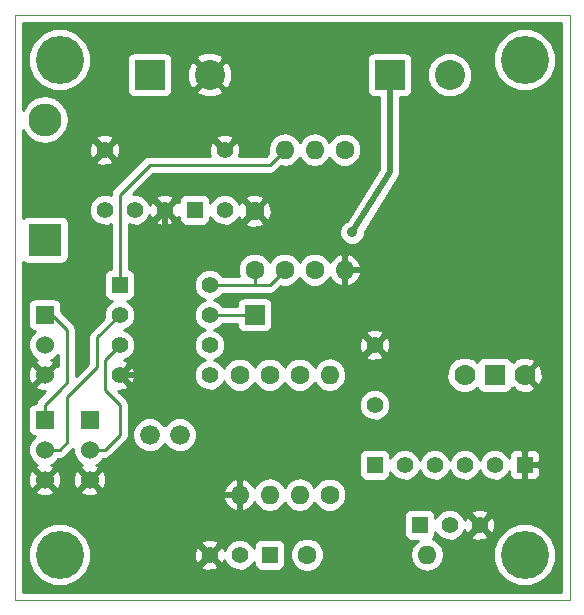
<source format=gtl>
G04 #@! TF.FileFunction,Copper,L1,Top,Signal*
%FSLAX46Y46*%
G04 Gerber Fmt 4.6, Leading zero omitted, Abs format (unit mm)*
G04 Created by KiCad (PCBNEW 4.0.6) date 06/04/17 20:23:42*
%MOMM*%
%LPD*%
G01*
G04 APERTURE LIST*
%ADD10C,0.150000*%
%ADD11C,0.100000*%
%ADD12R,1.524000X1.524000*%
%ADD13C,1.524000*%
%ADD14C,1.676400*%
%ADD15C,1.397000*%
%ADD16R,2.540000X2.540000*%
%ADD17C,2.540000*%
%ADD18R,1.397000X1.397000*%
%ADD19C,1.778000*%
%ADD20R,1.778000X1.778000*%
%ADD21C,4.064000*%
%ADD22C,1.600000*%
%ADD23R,1.700000X1.700000*%
%ADD24O,1.600000X1.600000*%
%ADD25R,2.800000X2.800000*%
%ADD26O,2.800000X2.800000*%
%ADD27C,0.889000*%
%ADD28C,0.508000*%
%ADD29C,0.254000*%
G04 APERTURE END LIST*
D10*
D11*
X60960000Y-24130000D02*
X60960000Y-73660000D01*
X13970000Y-24130000D02*
X13970000Y-73660000D01*
X60960000Y-73660000D02*
X13970000Y-73660000D01*
X13970000Y-24130000D02*
X60960000Y-24130000D01*
D12*
X16510000Y-49530000D03*
D13*
X16510000Y-52070000D03*
X16510000Y-54610000D03*
D14*
X25400000Y-59690000D03*
X27940000Y-59690000D03*
D15*
X31750000Y-40640000D03*
X31750000Y-35560000D03*
X21590000Y-40640000D03*
X21590000Y-35560000D03*
D16*
X25400000Y-29210000D03*
D17*
X30480000Y-29210000D03*
D16*
X45720000Y-29210000D03*
D17*
X50800000Y-29210000D03*
D18*
X22860000Y-46990000D03*
D15*
X22860000Y-49530000D03*
X22860000Y-52070000D03*
X22860000Y-54610000D03*
X30480000Y-54610000D03*
X30480000Y-52070000D03*
X30480000Y-49530000D03*
X30480000Y-46990000D03*
D18*
X35560000Y-69850000D03*
D15*
X33020000Y-69850000D03*
X30480000Y-69850000D03*
D18*
X48260000Y-67310000D03*
D15*
X50800000Y-67310000D03*
X53340000Y-67310000D03*
D18*
X44450000Y-62230000D03*
D15*
X46990000Y-62230000D03*
X49530000Y-62230000D03*
D18*
X57150000Y-62230000D03*
D15*
X54610000Y-62230000D03*
X52070000Y-62230000D03*
D18*
X29210000Y-40640000D03*
D15*
X26670000Y-40640000D03*
X24130000Y-40640000D03*
D19*
X52070000Y-54610000D03*
X57150000Y-54610000D03*
D20*
X54610000Y-54610000D03*
D21*
X17780000Y-69850000D03*
X57150000Y-69850000D03*
X57150000Y-27940000D03*
X17780000Y-27940000D03*
D15*
X44450000Y-57150000D03*
X44450000Y-52070000D03*
D12*
X16510000Y-58420000D03*
D13*
X16510000Y-60960000D03*
X16510000Y-63500000D03*
D12*
X20320000Y-58420000D03*
D13*
X20320000Y-60960000D03*
X20320000Y-63500000D03*
D22*
X34290000Y-45720000D03*
X34290000Y-40720000D03*
D23*
X34290000Y-49530000D03*
D22*
X36830000Y-45720000D03*
D24*
X36830000Y-35560000D03*
D25*
X16510000Y-43180000D03*
D26*
X16510000Y-33020000D03*
D22*
X39370000Y-45720000D03*
D24*
X39370000Y-35560000D03*
D22*
X41910000Y-35560000D03*
D24*
X41910000Y-45720000D03*
D22*
X33020000Y-54610000D03*
D24*
X33020000Y-64770000D03*
D22*
X38735000Y-69850000D03*
D24*
X48895000Y-69850000D03*
D22*
X35560000Y-54610000D03*
D24*
X35560000Y-64770000D03*
D22*
X38100000Y-54610000D03*
D24*
X38100000Y-64770000D03*
D22*
X40640000Y-64770000D03*
D24*
X40640000Y-54610000D03*
D27*
X42545000Y-42545000D03*
D28*
X45720000Y-37465000D02*
X45720000Y-29210000D01*
X42545000Y-42545000D02*
X45720000Y-37465000D01*
D29*
X34290000Y-45720000D02*
X34290000Y-46990000D01*
X30480000Y-46990000D02*
X34290000Y-46990000D01*
X34290000Y-46990000D02*
X35560000Y-46990000D01*
X35560000Y-46990000D02*
X36830000Y-45720000D01*
X16510000Y-58420000D02*
X16510000Y-57150000D01*
X17145000Y-49530000D02*
X16510000Y-49530000D01*
X18415000Y-50800000D02*
X17145000Y-49530000D01*
X18415000Y-55245000D02*
X18415000Y-50800000D01*
X17780000Y-55880000D02*
X18415000Y-55245000D01*
X16510000Y-57150000D02*
X17780000Y-55880000D01*
X16510000Y-60960000D02*
X17780000Y-60960000D01*
X20955000Y-51435000D02*
X22860000Y-49530000D01*
X20955000Y-53975000D02*
X20955000Y-51435000D01*
X19685000Y-55245000D02*
X20955000Y-53975000D01*
X18415000Y-56515000D02*
X19685000Y-55245000D01*
X18415000Y-60325000D02*
X18415000Y-56515000D01*
X17780000Y-60960000D02*
X18415000Y-60325000D01*
X20320000Y-60960000D02*
X21590000Y-60960000D01*
X21590000Y-53340000D02*
X22860000Y-52070000D01*
X21590000Y-55880000D02*
X21590000Y-53340000D01*
X22860000Y-57150000D02*
X21590000Y-55880000D01*
X22860000Y-59690000D02*
X22860000Y-57150000D01*
X21590000Y-60960000D02*
X22860000Y-59690000D01*
D28*
X22860000Y-54610000D02*
X24130000Y-54610000D01*
X26670000Y-52070000D02*
X26670000Y-40640000D01*
X24130000Y-54610000D02*
X26670000Y-52070000D01*
D29*
X22860000Y-46990000D02*
X22860000Y-39370000D01*
X35560000Y-36830000D02*
X36830000Y-35560000D01*
X25400000Y-36830000D02*
X35560000Y-36830000D01*
X22860000Y-39370000D02*
X25400000Y-36830000D01*
X30480000Y-49530000D02*
X34290000Y-49530000D01*
G36*
X60275000Y-72975000D02*
X14655000Y-72975000D01*
X14655000Y-70378172D01*
X15112538Y-70378172D01*
X15517709Y-71358761D01*
X16267293Y-72109655D01*
X17247173Y-72516536D01*
X18308172Y-72517462D01*
X19288761Y-72112291D01*
X20039655Y-71362707D01*
X20279876Y-70784188D01*
X29725417Y-70784188D01*
X29787071Y-71019800D01*
X30287480Y-71195927D01*
X30817199Y-71167148D01*
X31172929Y-71019800D01*
X31234583Y-70784188D01*
X30480000Y-70029605D01*
X29725417Y-70784188D01*
X20279876Y-70784188D01*
X20446536Y-70382827D01*
X20447169Y-69657480D01*
X29134073Y-69657480D01*
X29162852Y-70187199D01*
X29310200Y-70542929D01*
X29545812Y-70604583D01*
X30300395Y-69850000D01*
X30659605Y-69850000D01*
X31414188Y-70604583D01*
X31649800Y-70542929D01*
X31748083Y-70263688D01*
X31888854Y-70604380D01*
X32263647Y-70979827D01*
X32753587Y-71183268D01*
X33284086Y-71183731D01*
X33774380Y-70981146D01*
X34149827Y-70606353D01*
X34214060Y-70451663D01*
X34214060Y-70548500D01*
X34258338Y-70783817D01*
X34397410Y-70999941D01*
X34609610Y-71144931D01*
X34861500Y-71195940D01*
X36258500Y-71195940D01*
X36493817Y-71151662D01*
X36709941Y-71012590D01*
X36854931Y-70800390D01*
X36905940Y-70548500D01*
X36905940Y-70134187D01*
X37299752Y-70134187D01*
X37517757Y-70661800D01*
X37921077Y-71065824D01*
X38448309Y-71284750D01*
X39019187Y-71285248D01*
X39546800Y-71067243D01*
X39950824Y-70663923D01*
X40169750Y-70136691D01*
X40170248Y-69565813D01*
X39952243Y-69038200D01*
X39548923Y-68634176D01*
X39021691Y-68415250D01*
X38450813Y-68414752D01*
X37923200Y-68632757D01*
X37519176Y-69036077D01*
X37300250Y-69563309D01*
X37299752Y-70134187D01*
X36905940Y-70134187D01*
X36905940Y-69151500D01*
X36861662Y-68916183D01*
X36722590Y-68700059D01*
X36510390Y-68555069D01*
X36258500Y-68504060D01*
X34861500Y-68504060D01*
X34626183Y-68548338D01*
X34410059Y-68687410D01*
X34265069Y-68899610D01*
X34214060Y-69151500D01*
X34214060Y-69247884D01*
X34151146Y-69095620D01*
X33776353Y-68720173D01*
X33286413Y-68516732D01*
X32755914Y-68516269D01*
X32265620Y-68718854D01*
X31890173Y-69093647D01*
X31756686Y-69415118D01*
X31649800Y-69157071D01*
X31414188Y-69095417D01*
X30659605Y-69850000D01*
X30300395Y-69850000D01*
X29545812Y-69095417D01*
X29310200Y-69157071D01*
X29134073Y-69657480D01*
X20447169Y-69657480D01*
X20447462Y-69321828D01*
X20279700Y-68915812D01*
X29725417Y-68915812D01*
X30480000Y-69670395D01*
X31234583Y-68915812D01*
X31172929Y-68680200D01*
X30672520Y-68504073D01*
X30142801Y-68532852D01*
X29787071Y-68680200D01*
X29725417Y-68915812D01*
X20279700Y-68915812D01*
X20042291Y-68341239D01*
X19292707Y-67590345D01*
X18312827Y-67183464D01*
X17251828Y-67182538D01*
X16271239Y-67587709D01*
X15520345Y-68337293D01*
X15113464Y-69317173D01*
X15112538Y-70378172D01*
X14655000Y-70378172D01*
X14655000Y-66611500D01*
X46914060Y-66611500D01*
X46914060Y-68008500D01*
X46958338Y-68243817D01*
X47097410Y-68459941D01*
X47309610Y-68604931D01*
X47561500Y-68655940D01*
X48120623Y-68655940D01*
X47852189Y-68835302D01*
X47541120Y-69300849D01*
X47431887Y-69850000D01*
X47541120Y-70399151D01*
X47852189Y-70864698D01*
X48317736Y-71175767D01*
X48866887Y-71285000D01*
X48923113Y-71285000D01*
X49472264Y-71175767D01*
X49937811Y-70864698D01*
X50248880Y-70399151D01*
X50253052Y-70378172D01*
X54482538Y-70378172D01*
X54887709Y-71358761D01*
X55637293Y-72109655D01*
X56617173Y-72516536D01*
X57678172Y-72517462D01*
X58658761Y-72112291D01*
X59409655Y-71362707D01*
X59816536Y-70382827D01*
X59817462Y-69321828D01*
X59412291Y-68341239D01*
X58662707Y-67590345D01*
X57682827Y-67183464D01*
X56621828Y-67182538D01*
X55641239Y-67587709D01*
X54890345Y-68337293D01*
X54483464Y-69317173D01*
X54482538Y-70378172D01*
X50253052Y-70378172D01*
X50358113Y-69850000D01*
X50248880Y-69300849D01*
X49937811Y-68835302D01*
X49472264Y-68524233D01*
X49363352Y-68502569D01*
X49409941Y-68472590D01*
X49554931Y-68260390D01*
X49605940Y-68008500D01*
X49605940Y-67912116D01*
X49668854Y-68064380D01*
X50043647Y-68439827D01*
X50533587Y-68643268D01*
X51064086Y-68643731D01*
X51554380Y-68441146D01*
X51751681Y-68244188D01*
X52585417Y-68244188D01*
X52647071Y-68479800D01*
X53147480Y-68655927D01*
X53677199Y-68627148D01*
X54032929Y-68479800D01*
X54094583Y-68244188D01*
X53340000Y-67489605D01*
X52585417Y-68244188D01*
X51751681Y-68244188D01*
X51929827Y-68066353D01*
X52063314Y-67744882D01*
X52170200Y-68002929D01*
X52405812Y-68064583D01*
X53160395Y-67310000D01*
X53519605Y-67310000D01*
X54274188Y-68064583D01*
X54509800Y-68002929D01*
X54685927Y-67502520D01*
X54657148Y-66972801D01*
X54509800Y-66617071D01*
X54274188Y-66555417D01*
X53519605Y-67310000D01*
X53160395Y-67310000D01*
X52405812Y-66555417D01*
X52170200Y-66617071D01*
X52071917Y-66896312D01*
X51931146Y-66555620D01*
X51751652Y-66375812D01*
X52585417Y-66375812D01*
X53340000Y-67130395D01*
X54094583Y-66375812D01*
X54032929Y-66140200D01*
X53532520Y-65964073D01*
X53002801Y-65992852D01*
X52647071Y-66140200D01*
X52585417Y-66375812D01*
X51751652Y-66375812D01*
X51556353Y-66180173D01*
X51066413Y-65976732D01*
X50535914Y-65976269D01*
X50045620Y-66178854D01*
X49670173Y-66553647D01*
X49605940Y-66708337D01*
X49605940Y-66611500D01*
X49561662Y-66376183D01*
X49422590Y-66160059D01*
X49210390Y-66015069D01*
X48958500Y-65964060D01*
X47561500Y-65964060D01*
X47326183Y-66008338D01*
X47110059Y-66147410D01*
X46965069Y-66359610D01*
X46914060Y-66611500D01*
X14655000Y-66611500D01*
X14655000Y-65119041D01*
X31628086Y-65119041D01*
X31867611Y-65625134D01*
X32282577Y-66001041D01*
X32670961Y-66161904D01*
X32893000Y-66039915D01*
X32893000Y-64897000D01*
X31749371Y-64897000D01*
X31628086Y-65119041D01*
X14655000Y-65119041D01*
X14655000Y-64480213D01*
X15709392Y-64480213D01*
X15778857Y-64722397D01*
X16302302Y-64909144D01*
X16857368Y-64881362D01*
X17241143Y-64722397D01*
X17310608Y-64480213D01*
X19519392Y-64480213D01*
X19588857Y-64722397D01*
X20112302Y-64909144D01*
X20667368Y-64881362D01*
X21051143Y-64722397D01*
X21120608Y-64480213D01*
X21061354Y-64420959D01*
X31628086Y-64420959D01*
X31749371Y-64643000D01*
X32893000Y-64643000D01*
X32893000Y-63500085D01*
X33147000Y-63500085D01*
X33147000Y-64643000D01*
X33167000Y-64643000D01*
X33167000Y-64897000D01*
X33147000Y-64897000D01*
X33147000Y-66039915D01*
X33369039Y-66161904D01*
X33757423Y-66001041D01*
X34172389Y-65625134D01*
X34275014Y-65408297D01*
X34545302Y-65812811D01*
X35010849Y-66123880D01*
X35560000Y-66233113D01*
X36109151Y-66123880D01*
X36574698Y-65812811D01*
X36830000Y-65430725D01*
X37085302Y-65812811D01*
X37550849Y-66123880D01*
X38100000Y-66233113D01*
X38649151Y-66123880D01*
X39114698Y-65812811D01*
X39364027Y-65439664D01*
X39422757Y-65581800D01*
X39826077Y-65985824D01*
X40353309Y-66204750D01*
X40924187Y-66205248D01*
X41451800Y-65987243D01*
X41855824Y-65583923D01*
X42074750Y-65056691D01*
X42075248Y-64485813D01*
X41857243Y-63958200D01*
X41453923Y-63554176D01*
X40926691Y-63335250D01*
X40355813Y-63334752D01*
X39828200Y-63552757D01*
X39424176Y-63956077D01*
X39364180Y-64100564D01*
X39114698Y-63727189D01*
X38649151Y-63416120D01*
X38100000Y-63306887D01*
X37550849Y-63416120D01*
X37085302Y-63727189D01*
X36830000Y-64109275D01*
X36574698Y-63727189D01*
X36109151Y-63416120D01*
X35560000Y-63306887D01*
X35010849Y-63416120D01*
X34545302Y-63727189D01*
X34275014Y-64131703D01*
X34172389Y-63914866D01*
X33757423Y-63538959D01*
X33369039Y-63378096D01*
X33147000Y-63500085D01*
X32893000Y-63500085D01*
X32670961Y-63378096D01*
X32282577Y-63538959D01*
X31867611Y-63914866D01*
X31628086Y-64420959D01*
X21061354Y-64420959D01*
X20320000Y-63679605D01*
X19519392Y-64480213D01*
X17310608Y-64480213D01*
X16510000Y-63679605D01*
X15709392Y-64480213D01*
X14655000Y-64480213D01*
X14655000Y-63292302D01*
X15100856Y-63292302D01*
X15128638Y-63847368D01*
X15287603Y-64231143D01*
X15529787Y-64300608D01*
X16330395Y-63500000D01*
X16689605Y-63500000D01*
X17490213Y-64300608D01*
X17732397Y-64231143D01*
X17919144Y-63707698D01*
X17898353Y-63292302D01*
X18910856Y-63292302D01*
X18938638Y-63847368D01*
X19097603Y-64231143D01*
X19339787Y-64300608D01*
X20140395Y-63500000D01*
X20499605Y-63500000D01*
X21300213Y-64300608D01*
X21542397Y-64231143D01*
X21729144Y-63707698D01*
X21701362Y-63152632D01*
X21542397Y-62768857D01*
X21300213Y-62699392D01*
X20499605Y-63500000D01*
X20140395Y-63500000D01*
X19339787Y-62699392D01*
X19097603Y-62768857D01*
X18910856Y-63292302D01*
X17898353Y-63292302D01*
X17891362Y-63152632D01*
X17732397Y-62768857D01*
X17490213Y-62699392D01*
X16689605Y-63500000D01*
X16330395Y-63500000D01*
X15529787Y-62699392D01*
X15287603Y-62768857D01*
X15100856Y-63292302D01*
X14655000Y-63292302D01*
X14655000Y-54402302D01*
X15100856Y-54402302D01*
X15128638Y-54957368D01*
X15287603Y-55341143D01*
X15529787Y-55410608D01*
X16330395Y-54610000D01*
X15529787Y-53809392D01*
X15287603Y-53878857D01*
X15100856Y-54402302D01*
X14655000Y-54402302D01*
X14655000Y-48768000D01*
X15100560Y-48768000D01*
X15100560Y-50292000D01*
X15144838Y-50527317D01*
X15283910Y-50743441D01*
X15496110Y-50888431D01*
X15679124Y-50925492D01*
X15326371Y-51277630D01*
X15113243Y-51790900D01*
X15112758Y-52346661D01*
X15324990Y-52860303D01*
X15717630Y-53253629D01*
X15909727Y-53333395D01*
X15778857Y-53387603D01*
X15709392Y-53629787D01*
X16510000Y-54430395D01*
X17310608Y-53629787D01*
X17241143Y-53387603D01*
X17100682Y-53337491D01*
X17300303Y-53255010D01*
X17653000Y-52902928D01*
X17653000Y-53856084D01*
X17490213Y-53809392D01*
X16689605Y-54610000D01*
X16703748Y-54624143D01*
X16524143Y-54803748D01*
X16510000Y-54789605D01*
X15709392Y-55590213D01*
X15778857Y-55832397D01*
X16302302Y-56019144D01*
X16576973Y-56005396D01*
X15971186Y-56611184D01*
X15971185Y-56611185D01*
X15806004Y-56858395D01*
X15775736Y-57010560D01*
X15748000Y-57010560D01*
X15512683Y-57054838D01*
X15296559Y-57193910D01*
X15151569Y-57406110D01*
X15100560Y-57658000D01*
X15100560Y-59182000D01*
X15144838Y-59417317D01*
X15283910Y-59633441D01*
X15496110Y-59778431D01*
X15679124Y-59815492D01*
X15326371Y-60167630D01*
X15113243Y-60680900D01*
X15112758Y-61236661D01*
X15324990Y-61750303D01*
X15717630Y-62143629D01*
X15909727Y-62223395D01*
X15778857Y-62277603D01*
X15709392Y-62519787D01*
X16510000Y-63320395D01*
X17310608Y-62519787D01*
X17241143Y-62277603D01*
X17100682Y-62227491D01*
X17300303Y-62145010D01*
X17693629Y-61752370D01*
X17706240Y-61722000D01*
X17780000Y-61722000D01*
X18071605Y-61663996D01*
X18318815Y-61498815D01*
X18923057Y-60894574D01*
X18922758Y-61236661D01*
X19134990Y-61750303D01*
X19527630Y-62143629D01*
X19719727Y-62223395D01*
X19588857Y-62277603D01*
X19519392Y-62519787D01*
X20320000Y-63320395D01*
X21120608Y-62519787D01*
X21051143Y-62277603D01*
X20910682Y-62227491D01*
X21110303Y-62145010D01*
X21503629Y-61752370D01*
X21516240Y-61722000D01*
X21590000Y-61722000D01*
X21881605Y-61663996D01*
X22079898Y-61531500D01*
X43104060Y-61531500D01*
X43104060Y-62928500D01*
X43148338Y-63163817D01*
X43287410Y-63379941D01*
X43499610Y-63524931D01*
X43751500Y-63575940D01*
X45148500Y-63575940D01*
X45383817Y-63531662D01*
X45599941Y-63392590D01*
X45744931Y-63180390D01*
X45795940Y-62928500D01*
X45795940Y-62832116D01*
X45858854Y-62984380D01*
X46233647Y-63359827D01*
X46723587Y-63563268D01*
X47254086Y-63563731D01*
X47744380Y-63361146D01*
X48119827Y-62986353D01*
X48260094Y-62648554D01*
X48398854Y-62984380D01*
X48773647Y-63359827D01*
X49263587Y-63563268D01*
X49794086Y-63563731D01*
X50284380Y-63361146D01*
X50659827Y-62986353D01*
X50800094Y-62648554D01*
X50938854Y-62984380D01*
X51313647Y-63359827D01*
X51803587Y-63563268D01*
X52334086Y-63563731D01*
X52824380Y-63361146D01*
X53199827Y-62986353D01*
X53340094Y-62648554D01*
X53478854Y-62984380D01*
X53853647Y-63359827D01*
X54343587Y-63563268D01*
X54874086Y-63563731D01*
X55364380Y-63361146D01*
X55739827Y-62986353D01*
X55816500Y-62801704D01*
X55816500Y-63054810D01*
X55913173Y-63288199D01*
X56091802Y-63466827D01*
X56325191Y-63563500D01*
X56864250Y-63563500D01*
X57023000Y-63404750D01*
X57023000Y-62357000D01*
X57277000Y-62357000D01*
X57277000Y-63404750D01*
X57435750Y-63563500D01*
X57974809Y-63563500D01*
X58208198Y-63466827D01*
X58386827Y-63288199D01*
X58483500Y-63054810D01*
X58483500Y-62515750D01*
X58324750Y-62357000D01*
X57277000Y-62357000D01*
X57023000Y-62357000D01*
X57003000Y-62357000D01*
X57003000Y-62103000D01*
X57023000Y-62103000D01*
X57023000Y-61055250D01*
X57277000Y-61055250D01*
X57277000Y-62103000D01*
X58324750Y-62103000D01*
X58483500Y-61944250D01*
X58483500Y-61405190D01*
X58386827Y-61171801D01*
X58208198Y-60993173D01*
X57974809Y-60896500D01*
X57435750Y-60896500D01*
X57277000Y-61055250D01*
X57023000Y-61055250D01*
X56864250Y-60896500D01*
X56325191Y-60896500D01*
X56091802Y-60993173D01*
X55913173Y-61171801D01*
X55816500Y-61405190D01*
X55816500Y-61657991D01*
X55741146Y-61475620D01*
X55366353Y-61100173D01*
X54876413Y-60896732D01*
X54345914Y-60896269D01*
X53855620Y-61098854D01*
X53480173Y-61473647D01*
X53339906Y-61811446D01*
X53201146Y-61475620D01*
X52826353Y-61100173D01*
X52336413Y-60896732D01*
X51805914Y-60896269D01*
X51315620Y-61098854D01*
X50940173Y-61473647D01*
X50799906Y-61811446D01*
X50661146Y-61475620D01*
X50286353Y-61100173D01*
X49796413Y-60896732D01*
X49265914Y-60896269D01*
X48775620Y-61098854D01*
X48400173Y-61473647D01*
X48259906Y-61811446D01*
X48121146Y-61475620D01*
X47746353Y-61100173D01*
X47256413Y-60896732D01*
X46725914Y-60896269D01*
X46235620Y-61098854D01*
X45860173Y-61473647D01*
X45795940Y-61628337D01*
X45795940Y-61531500D01*
X45751662Y-61296183D01*
X45612590Y-61080059D01*
X45400390Y-60935069D01*
X45148500Y-60884060D01*
X43751500Y-60884060D01*
X43516183Y-60928338D01*
X43300059Y-61067410D01*
X43155069Y-61279610D01*
X43104060Y-61531500D01*
X22079898Y-61531500D01*
X22128815Y-61498815D01*
X23398815Y-60228816D01*
X23563897Y-59981752D01*
X23926545Y-59981752D01*
X24150353Y-60523411D01*
X24564409Y-60938190D01*
X25105677Y-61162944D01*
X25691752Y-61163455D01*
X26233411Y-60939647D01*
X26648190Y-60525591D01*
X26669775Y-60473608D01*
X26690353Y-60523411D01*
X27104409Y-60938190D01*
X27645677Y-61162944D01*
X28231752Y-61163455D01*
X28773411Y-60939647D01*
X29188190Y-60525591D01*
X29412944Y-59984323D01*
X29413455Y-59398248D01*
X29189647Y-58856589D01*
X28775591Y-58441810D01*
X28234323Y-58217056D01*
X27648248Y-58216545D01*
X27106589Y-58440353D01*
X26691810Y-58854409D01*
X26670225Y-58906392D01*
X26649647Y-58856589D01*
X26235591Y-58441810D01*
X25694323Y-58217056D01*
X25108248Y-58216545D01*
X24566589Y-58440353D01*
X24151810Y-58854409D01*
X23927056Y-59395677D01*
X23926545Y-59981752D01*
X23563897Y-59981752D01*
X23563996Y-59981605D01*
X23622000Y-59690000D01*
X23622000Y-57414086D01*
X43116269Y-57414086D01*
X43318854Y-57904380D01*
X43693647Y-58279827D01*
X44183587Y-58483268D01*
X44714086Y-58483731D01*
X45204380Y-58281146D01*
X45579827Y-57906353D01*
X45783268Y-57416413D01*
X45783731Y-56885914D01*
X45581146Y-56395620D01*
X45206353Y-56020173D01*
X44716413Y-55816732D01*
X44185914Y-55816269D01*
X43695620Y-56018854D01*
X43320173Y-56393647D01*
X43116732Y-56883587D01*
X43116269Y-57414086D01*
X23622000Y-57414086D01*
X23622000Y-57150000D01*
X23563996Y-56858395D01*
X23529390Y-56806604D01*
X23398815Y-56611184D01*
X22739637Y-55952007D01*
X23197199Y-55927148D01*
X23552929Y-55779800D01*
X23614583Y-55544188D01*
X22860000Y-54789605D01*
X22845858Y-54803748D01*
X22666253Y-54624143D01*
X22680395Y-54610000D01*
X23039605Y-54610000D01*
X23794188Y-55364583D01*
X24029800Y-55302929D01*
X24205927Y-54802520D01*
X24177148Y-54272801D01*
X24029800Y-53917071D01*
X23794188Y-53855417D01*
X23039605Y-54610000D01*
X22680395Y-54610000D01*
X22666253Y-54595858D01*
X22845858Y-54416253D01*
X22860000Y-54430395D01*
X23614583Y-53675812D01*
X23552929Y-53440200D01*
X23273688Y-53341917D01*
X23614380Y-53201146D01*
X23989827Y-52826353D01*
X24193268Y-52336413D01*
X24193731Y-51805914D01*
X23991146Y-51315620D01*
X23616353Y-50940173D01*
X23278554Y-50799906D01*
X23614380Y-50661146D01*
X23989827Y-50286353D01*
X24193268Y-49796413D01*
X24193731Y-49265914D01*
X23991146Y-48775620D01*
X23616353Y-48400173D01*
X23461663Y-48335940D01*
X23558500Y-48335940D01*
X23793817Y-48291662D01*
X24009941Y-48152590D01*
X24154931Y-47940390D01*
X24205940Y-47688500D01*
X24205940Y-47254086D01*
X29146269Y-47254086D01*
X29348854Y-47744380D01*
X29723647Y-48119827D01*
X30061446Y-48260094D01*
X29725620Y-48398854D01*
X29350173Y-48773647D01*
X29146732Y-49263587D01*
X29146269Y-49794086D01*
X29348854Y-50284380D01*
X29723647Y-50659827D01*
X30061446Y-50800094D01*
X29725620Y-50938854D01*
X29350173Y-51313647D01*
X29146732Y-51803587D01*
X29146269Y-52334086D01*
X29348854Y-52824380D01*
X29723647Y-53199827D01*
X30061446Y-53340094D01*
X29725620Y-53478854D01*
X29350173Y-53853647D01*
X29146732Y-54343587D01*
X29146269Y-54874086D01*
X29348854Y-55364380D01*
X29723647Y-55739827D01*
X30213587Y-55943268D01*
X30744086Y-55943731D01*
X31234380Y-55741146D01*
X31609827Y-55366353D01*
X31695047Y-55161121D01*
X31802757Y-55421800D01*
X32206077Y-55825824D01*
X32733309Y-56044750D01*
X33304187Y-56045248D01*
X33831800Y-55827243D01*
X34235824Y-55423923D01*
X34289862Y-55293785D01*
X34342757Y-55421800D01*
X34746077Y-55825824D01*
X35273309Y-56044750D01*
X35844187Y-56045248D01*
X36371800Y-55827243D01*
X36775824Y-55423923D01*
X36829862Y-55293785D01*
X36882757Y-55421800D01*
X37286077Y-55825824D01*
X37813309Y-56044750D01*
X38384187Y-56045248D01*
X38911800Y-55827243D01*
X39315824Y-55423923D01*
X39375820Y-55279436D01*
X39625302Y-55652811D01*
X40090849Y-55963880D01*
X40640000Y-56073113D01*
X41189151Y-55963880D01*
X41654698Y-55652811D01*
X41965767Y-55187264D01*
X42020557Y-54911812D01*
X50545736Y-54911812D01*
X50777262Y-55472149D01*
X51205596Y-55901231D01*
X51765528Y-56133735D01*
X52371812Y-56134264D01*
X52932149Y-55902738D01*
X53115154Y-55720052D01*
X53117838Y-55734317D01*
X53256910Y-55950441D01*
X53469110Y-56095431D01*
X53721000Y-56146440D01*
X55499000Y-56146440D01*
X55734317Y-56102162D01*
X55950441Y-55963090D01*
X56095431Y-55750890D01*
X56095682Y-55749650D01*
X56142820Y-55796788D01*
X56257410Y-55682198D01*
X56342467Y-55937539D01*
X56911965Y-56145516D01*
X57517700Y-56119723D01*
X57957533Y-55937539D01*
X58042591Y-55682196D01*
X57150000Y-54789605D01*
X57135858Y-54803748D01*
X56956253Y-54624143D01*
X56970395Y-54610000D01*
X57329605Y-54610000D01*
X58222196Y-55502591D01*
X58477539Y-55417533D01*
X58685516Y-54848035D01*
X58659723Y-54242300D01*
X58477539Y-53802467D01*
X58222196Y-53717409D01*
X57329605Y-54610000D01*
X56970395Y-54610000D01*
X56956253Y-54595858D01*
X57135858Y-54416253D01*
X57150000Y-54430395D01*
X58042591Y-53537804D01*
X57957533Y-53282461D01*
X57388035Y-53074484D01*
X56782300Y-53100277D01*
X56342467Y-53282461D01*
X56257410Y-53537802D01*
X56142820Y-53423212D01*
X56093621Y-53472411D01*
X55963090Y-53269559D01*
X55750890Y-53124569D01*
X55499000Y-53073560D01*
X53721000Y-53073560D01*
X53485683Y-53117838D01*
X53269559Y-53256910D01*
X53124569Y-53469110D01*
X53117809Y-53502494D01*
X52934404Y-53318769D01*
X52374472Y-53086265D01*
X51768188Y-53085736D01*
X51207851Y-53317262D01*
X50778769Y-53745596D01*
X50546265Y-54305528D01*
X50545736Y-54911812D01*
X42020557Y-54911812D01*
X42075000Y-54638113D01*
X42075000Y-54581887D01*
X41965767Y-54032736D01*
X41654698Y-53567189D01*
X41189151Y-53256120D01*
X40640000Y-53146887D01*
X40090849Y-53256120D01*
X39625302Y-53567189D01*
X39375973Y-53940336D01*
X39317243Y-53798200D01*
X38913923Y-53394176D01*
X38386691Y-53175250D01*
X37815813Y-53174752D01*
X37288200Y-53392757D01*
X36884176Y-53796077D01*
X36830138Y-53926215D01*
X36777243Y-53798200D01*
X36373923Y-53394176D01*
X35846691Y-53175250D01*
X35275813Y-53174752D01*
X34748200Y-53392757D01*
X34344176Y-53796077D01*
X34290138Y-53926215D01*
X34237243Y-53798200D01*
X33833923Y-53394176D01*
X33306691Y-53175250D01*
X32735813Y-53174752D01*
X32208200Y-53392757D01*
X31804176Y-53796077D01*
X31695091Y-54058783D01*
X31611146Y-53855620D01*
X31236353Y-53480173D01*
X30898554Y-53339906D01*
X31234380Y-53201146D01*
X31431681Y-53004188D01*
X43695417Y-53004188D01*
X43757071Y-53239800D01*
X44257480Y-53415927D01*
X44787199Y-53387148D01*
X45142929Y-53239800D01*
X45204583Y-53004188D01*
X44450000Y-52249605D01*
X43695417Y-53004188D01*
X31431681Y-53004188D01*
X31609827Y-52826353D01*
X31813268Y-52336413D01*
X31813668Y-51877480D01*
X43104073Y-51877480D01*
X43132852Y-52407199D01*
X43280200Y-52762929D01*
X43515812Y-52824583D01*
X44270395Y-52070000D01*
X44629605Y-52070000D01*
X45384188Y-52824583D01*
X45619800Y-52762929D01*
X45795927Y-52262520D01*
X45767148Y-51732801D01*
X45619800Y-51377071D01*
X45384188Y-51315417D01*
X44629605Y-52070000D01*
X44270395Y-52070000D01*
X43515812Y-51315417D01*
X43280200Y-51377071D01*
X43104073Y-51877480D01*
X31813668Y-51877480D01*
X31813731Y-51805914D01*
X31611146Y-51315620D01*
X31431652Y-51135812D01*
X43695417Y-51135812D01*
X44450000Y-51890395D01*
X45204583Y-51135812D01*
X45142929Y-50900200D01*
X44642520Y-50724073D01*
X44112801Y-50752852D01*
X43757071Y-50900200D01*
X43695417Y-51135812D01*
X31431652Y-51135812D01*
X31236353Y-50940173D01*
X30898554Y-50799906D01*
X31234380Y-50661146D01*
X31604170Y-50292000D01*
X32792560Y-50292000D01*
X32792560Y-50380000D01*
X32836838Y-50615317D01*
X32975910Y-50831441D01*
X33188110Y-50976431D01*
X33440000Y-51027440D01*
X35140000Y-51027440D01*
X35375317Y-50983162D01*
X35591441Y-50844090D01*
X35736431Y-50631890D01*
X35787440Y-50380000D01*
X35787440Y-48680000D01*
X35743162Y-48444683D01*
X35604090Y-48228559D01*
X35391890Y-48083569D01*
X35140000Y-48032560D01*
X33440000Y-48032560D01*
X33204683Y-48076838D01*
X32988559Y-48215910D01*
X32843569Y-48428110D01*
X32792560Y-48680000D01*
X32792560Y-48768000D01*
X31603539Y-48768000D01*
X31236353Y-48400173D01*
X30898554Y-48259906D01*
X31234380Y-48121146D01*
X31604170Y-47752000D01*
X35560000Y-47752000D01*
X35851605Y-47693996D01*
X36098815Y-47528815D01*
X36493544Y-47134086D01*
X36543309Y-47154750D01*
X37114187Y-47155248D01*
X37641800Y-46937243D01*
X38045824Y-46533923D01*
X38099862Y-46403785D01*
X38152757Y-46531800D01*
X38556077Y-46935824D01*
X39083309Y-47154750D01*
X39654187Y-47155248D01*
X40181800Y-46937243D01*
X40585824Y-46533923D01*
X40656991Y-46362534D01*
X40757611Y-46575134D01*
X41172577Y-46951041D01*
X41560961Y-47111904D01*
X41783000Y-46989915D01*
X41783000Y-45847000D01*
X42037000Y-45847000D01*
X42037000Y-46989915D01*
X42259039Y-47111904D01*
X42647423Y-46951041D01*
X43062389Y-46575134D01*
X43301914Y-46069041D01*
X43180629Y-45847000D01*
X42037000Y-45847000D01*
X41783000Y-45847000D01*
X41763000Y-45847000D01*
X41763000Y-45593000D01*
X41783000Y-45593000D01*
X41783000Y-44450085D01*
X42037000Y-44450085D01*
X42037000Y-45593000D01*
X43180629Y-45593000D01*
X43301914Y-45370959D01*
X43062389Y-44864866D01*
X42647423Y-44488959D01*
X42259039Y-44328096D01*
X42037000Y-44450085D01*
X41783000Y-44450085D01*
X41560961Y-44328096D01*
X41172577Y-44488959D01*
X40757611Y-44864866D01*
X40657093Y-45077250D01*
X40587243Y-44908200D01*
X40183923Y-44504176D01*
X39656691Y-44285250D01*
X39085813Y-44284752D01*
X38558200Y-44502757D01*
X38154176Y-44906077D01*
X38100138Y-45036215D01*
X38047243Y-44908200D01*
X37643923Y-44504176D01*
X37116691Y-44285250D01*
X36545813Y-44284752D01*
X36018200Y-44502757D01*
X35614176Y-44906077D01*
X35560138Y-45036215D01*
X35507243Y-44908200D01*
X35103923Y-44504176D01*
X34576691Y-44285250D01*
X34005813Y-44284752D01*
X33478200Y-44502757D01*
X33074176Y-44906077D01*
X32855250Y-45433309D01*
X32854752Y-46004187D01*
X32947230Y-46228000D01*
X31603539Y-46228000D01*
X31236353Y-45860173D01*
X30746413Y-45656732D01*
X30215914Y-45656269D01*
X29725620Y-45858854D01*
X29350173Y-46233647D01*
X29146732Y-46723587D01*
X29146269Y-47254086D01*
X24205940Y-47254086D01*
X24205940Y-46291500D01*
X24161662Y-46056183D01*
X24022590Y-45840059D01*
X23810390Y-45695069D01*
X23622000Y-45656919D01*
X23622000Y-42758784D01*
X41465313Y-42758784D01*
X41629311Y-43155689D01*
X41932714Y-43459622D01*
X42329332Y-43624313D01*
X42758784Y-43624687D01*
X43155689Y-43460689D01*
X43459622Y-43157286D01*
X43624313Y-42760668D01*
X43624544Y-42495090D01*
X46473870Y-37936169D01*
X46500141Y-37866849D01*
X46541329Y-37805206D01*
X46561023Y-37706199D01*
X46596794Y-37611809D01*
X46594537Y-37537710D01*
X46609000Y-37465000D01*
X46609000Y-31127440D01*
X46990000Y-31127440D01*
X47225317Y-31083162D01*
X47441441Y-30944090D01*
X47586431Y-30731890D01*
X47637440Y-30480000D01*
X47637440Y-29587265D01*
X48894670Y-29587265D01*
X49184078Y-30287686D01*
X49719495Y-30824039D01*
X50419410Y-31114668D01*
X51177265Y-31115330D01*
X51877686Y-30825922D01*
X52414039Y-30290505D01*
X52704668Y-29590590D01*
X52705330Y-28832735D01*
X52554696Y-28468172D01*
X54482538Y-28468172D01*
X54887709Y-29448761D01*
X55637293Y-30199655D01*
X56617173Y-30606536D01*
X57678172Y-30607462D01*
X58658761Y-30202291D01*
X59409655Y-29452707D01*
X59816536Y-28472827D01*
X59817462Y-27411828D01*
X59412291Y-26431239D01*
X58662707Y-25680345D01*
X57682827Y-25273464D01*
X56621828Y-25272538D01*
X55641239Y-25677709D01*
X54890345Y-26427293D01*
X54483464Y-27407173D01*
X54482538Y-28468172D01*
X52554696Y-28468172D01*
X52415922Y-28132314D01*
X51880505Y-27595961D01*
X51180590Y-27305332D01*
X50422735Y-27304670D01*
X49722314Y-27594078D01*
X49185961Y-28129495D01*
X48895332Y-28829410D01*
X48894670Y-29587265D01*
X47637440Y-29587265D01*
X47637440Y-27940000D01*
X47593162Y-27704683D01*
X47454090Y-27488559D01*
X47241890Y-27343569D01*
X46990000Y-27292560D01*
X44450000Y-27292560D01*
X44214683Y-27336838D01*
X43998559Y-27475910D01*
X43853569Y-27688110D01*
X43802560Y-27940000D01*
X43802560Y-30480000D01*
X43846838Y-30715317D01*
X43985910Y-30931441D01*
X44198110Y-31076431D01*
X44450000Y-31127440D01*
X44831000Y-31127440D01*
X44831000Y-37210037D01*
X42115832Y-41554308D01*
X41934311Y-41629311D01*
X41630378Y-41932714D01*
X41465687Y-42329332D01*
X41465313Y-42758784D01*
X23622000Y-42758784D01*
X23622000Y-41872952D01*
X23863587Y-41973268D01*
X24394086Y-41973731D01*
X24884380Y-41771146D01*
X25081681Y-41574188D01*
X25915417Y-41574188D01*
X25977071Y-41809800D01*
X26477480Y-41985927D01*
X27007199Y-41957148D01*
X27362929Y-41809800D01*
X27424583Y-41574188D01*
X26670000Y-40819605D01*
X25915417Y-41574188D01*
X25081681Y-41574188D01*
X25259827Y-41396353D01*
X25393314Y-41074882D01*
X25500200Y-41332929D01*
X25735812Y-41394583D01*
X26490395Y-40640000D01*
X26849605Y-40640000D01*
X27604188Y-41394583D01*
X27839800Y-41332929D01*
X27864060Y-41264002D01*
X27864060Y-41338500D01*
X27908338Y-41573817D01*
X28047410Y-41789941D01*
X28259610Y-41934931D01*
X28511500Y-41985940D01*
X29908500Y-41985940D01*
X30143817Y-41941662D01*
X30359941Y-41802590D01*
X30504931Y-41590390D01*
X30555940Y-41338500D01*
X30555940Y-41242116D01*
X30618854Y-41394380D01*
X30993647Y-41769827D01*
X31483587Y-41973268D01*
X32014086Y-41973731D01*
X32504380Y-41771146D01*
X32547856Y-41727745D01*
X33461861Y-41727745D01*
X33535995Y-41973864D01*
X34073223Y-42166965D01*
X34643454Y-42139778D01*
X35044005Y-41973864D01*
X35118139Y-41727745D01*
X34290000Y-40899605D01*
X33461861Y-41727745D01*
X32547856Y-41727745D01*
X32879827Y-41396353D01*
X32941976Y-41246682D01*
X33036136Y-41474005D01*
X33282255Y-41548139D01*
X34110395Y-40720000D01*
X34469605Y-40720000D01*
X35297745Y-41548139D01*
X35543864Y-41474005D01*
X35736965Y-40936777D01*
X35709778Y-40366546D01*
X35543864Y-39965995D01*
X35297745Y-39891861D01*
X34469605Y-40720000D01*
X34110395Y-40720000D01*
X33282255Y-39891861D01*
X33036136Y-39965995D01*
X32979482Y-40123612D01*
X32881146Y-39885620D01*
X32708083Y-39712255D01*
X33461861Y-39712255D01*
X34290000Y-40540395D01*
X35118139Y-39712255D01*
X35044005Y-39466136D01*
X34506777Y-39273035D01*
X33936546Y-39300222D01*
X33535995Y-39466136D01*
X33461861Y-39712255D01*
X32708083Y-39712255D01*
X32506353Y-39510173D01*
X32016413Y-39306732D01*
X31485914Y-39306269D01*
X30995620Y-39508854D01*
X30620173Y-39883647D01*
X30555940Y-40038337D01*
X30555940Y-39941500D01*
X30511662Y-39706183D01*
X30372590Y-39490059D01*
X30160390Y-39345069D01*
X29908500Y-39294060D01*
X28511500Y-39294060D01*
X28276183Y-39338338D01*
X28060059Y-39477410D01*
X27915069Y-39689610D01*
X27864060Y-39941500D01*
X27864060Y-40005640D01*
X27839800Y-39947071D01*
X27604188Y-39885417D01*
X26849605Y-40640000D01*
X26490395Y-40640000D01*
X25735812Y-39885417D01*
X25500200Y-39947071D01*
X25401917Y-40226312D01*
X25261146Y-39885620D01*
X25081652Y-39705812D01*
X25915417Y-39705812D01*
X26670000Y-40460395D01*
X27424583Y-39705812D01*
X27362929Y-39470200D01*
X26862520Y-39294073D01*
X26332801Y-39322852D01*
X25977071Y-39470200D01*
X25915417Y-39705812D01*
X25081652Y-39705812D01*
X24886353Y-39510173D01*
X24396413Y-39306732D01*
X24001243Y-39306387D01*
X25715631Y-37592000D01*
X35560000Y-37592000D01*
X35851605Y-37533996D01*
X36098815Y-37368815D01*
X36508473Y-36959157D01*
X36830000Y-37023113D01*
X37379151Y-36913880D01*
X37844698Y-36602811D01*
X38100000Y-36220725D01*
X38355302Y-36602811D01*
X38820849Y-36913880D01*
X39370000Y-37023113D01*
X39919151Y-36913880D01*
X40384698Y-36602811D01*
X40634027Y-36229664D01*
X40692757Y-36371800D01*
X41096077Y-36775824D01*
X41623309Y-36994750D01*
X42194187Y-36995248D01*
X42721800Y-36777243D01*
X43125824Y-36373923D01*
X43344750Y-35846691D01*
X43345248Y-35275813D01*
X43127243Y-34748200D01*
X42723923Y-34344176D01*
X42196691Y-34125250D01*
X41625813Y-34124752D01*
X41098200Y-34342757D01*
X40694176Y-34746077D01*
X40634180Y-34890564D01*
X40384698Y-34517189D01*
X39919151Y-34206120D01*
X39370000Y-34096887D01*
X38820849Y-34206120D01*
X38355302Y-34517189D01*
X38100000Y-34899275D01*
X37844698Y-34517189D01*
X37379151Y-34206120D01*
X36830000Y-34096887D01*
X36280849Y-34206120D01*
X35815302Y-34517189D01*
X35504233Y-34982736D01*
X35395000Y-35531887D01*
X35395000Y-35588113D01*
X35449627Y-35862742D01*
X35244370Y-36068000D01*
X32984889Y-36068000D01*
X33095927Y-35752520D01*
X33067148Y-35222801D01*
X32919800Y-34867071D01*
X32684188Y-34805417D01*
X31929605Y-35560000D01*
X31943748Y-35574143D01*
X31764143Y-35753748D01*
X31750000Y-35739605D01*
X31735858Y-35753748D01*
X31556253Y-35574143D01*
X31570395Y-35560000D01*
X30815812Y-34805417D01*
X30580200Y-34867071D01*
X30404073Y-35367480D01*
X30432852Y-35897199D01*
X30503600Y-36068000D01*
X25400000Y-36068000D01*
X25108395Y-36126004D01*
X24861184Y-36291185D01*
X22321185Y-38831185D01*
X22156004Y-39078395D01*
X22098000Y-39370000D01*
X22098000Y-39407048D01*
X21856413Y-39306732D01*
X21325914Y-39306269D01*
X20835620Y-39508854D01*
X20460173Y-39883647D01*
X20256732Y-40373587D01*
X20256269Y-40904086D01*
X20458854Y-41394380D01*
X20833647Y-41769827D01*
X21323587Y-41973268D01*
X21854086Y-41973731D01*
X22098000Y-41872948D01*
X22098000Y-45656008D01*
X21926183Y-45688338D01*
X21710059Y-45827410D01*
X21565069Y-46039610D01*
X21514060Y-46291500D01*
X21514060Y-47688500D01*
X21558338Y-47923817D01*
X21697410Y-48139941D01*
X21909610Y-48284931D01*
X22161500Y-48335940D01*
X22257884Y-48335940D01*
X22105620Y-48398854D01*
X21730173Y-48773647D01*
X21526732Y-49263587D01*
X21526276Y-49786094D01*
X20416185Y-50896185D01*
X20251004Y-51143395D01*
X20193000Y-51435000D01*
X20193000Y-53659369D01*
X19177000Y-54675370D01*
X19177000Y-50800000D01*
X19118996Y-50508395D01*
X19033205Y-50380000D01*
X18953815Y-50261184D01*
X17919440Y-49226810D01*
X17919440Y-48768000D01*
X17875162Y-48532683D01*
X17736090Y-48316559D01*
X17523890Y-48171569D01*
X17272000Y-48120560D01*
X15748000Y-48120560D01*
X15512683Y-48164838D01*
X15296559Y-48303910D01*
X15151569Y-48516110D01*
X15100560Y-48768000D01*
X14655000Y-48768000D01*
X14655000Y-45037652D01*
X14858110Y-45176431D01*
X15110000Y-45227440D01*
X17910000Y-45227440D01*
X18145317Y-45183162D01*
X18361441Y-45044090D01*
X18506431Y-44831890D01*
X18557440Y-44580000D01*
X18557440Y-41780000D01*
X18513162Y-41544683D01*
X18374090Y-41328559D01*
X18161890Y-41183569D01*
X17910000Y-41132560D01*
X15110000Y-41132560D01*
X14874683Y-41176838D01*
X14658559Y-41315910D01*
X14655000Y-41321119D01*
X14655000Y-36494188D01*
X20835417Y-36494188D01*
X20897071Y-36729800D01*
X21397480Y-36905927D01*
X21927199Y-36877148D01*
X22282929Y-36729800D01*
X22344583Y-36494188D01*
X21590000Y-35739605D01*
X20835417Y-36494188D01*
X14655000Y-36494188D01*
X14655000Y-35367480D01*
X20244073Y-35367480D01*
X20272852Y-35897199D01*
X20420200Y-36252929D01*
X20655812Y-36314583D01*
X21410395Y-35560000D01*
X21769605Y-35560000D01*
X22524188Y-36314583D01*
X22759800Y-36252929D01*
X22935927Y-35752520D01*
X22907148Y-35222801D01*
X22759800Y-34867071D01*
X22524188Y-34805417D01*
X21769605Y-35560000D01*
X21410395Y-35560000D01*
X20655812Y-34805417D01*
X20420200Y-34867071D01*
X20244073Y-35367480D01*
X14655000Y-35367480D01*
X14655000Y-33876186D01*
X15071038Y-34498830D01*
X15731239Y-34939963D01*
X16510000Y-35094868D01*
X17288761Y-34939963D01*
X17758920Y-34625812D01*
X20835417Y-34625812D01*
X21590000Y-35380395D01*
X22344583Y-34625812D01*
X30995417Y-34625812D01*
X31750000Y-35380395D01*
X32504583Y-34625812D01*
X32442929Y-34390200D01*
X31942520Y-34214073D01*
X31412801Y-34242852D01*
X31057071Y-34390200D01*
X30995417Y-34625812D01*
X22344583Y-34625812D01*
X22282929Y-34390200D01*
X21782520Y-34214073D01*
X21252801Y-34242852D01*
X20897071Y-34390200D01*
X20835417Y-34625812D01*
X17758920Y-34625812D01*
X17948962Y-34498830D01*
X18390095Y-33838629D01*
X18545000Y-33059868D01*
X18545000Y-32980132D01*
X18390095Y-32201371D01*
X17948962Y-31541170D01*
X17288761Y-31100037D01*
X16510000Y-30945132D01*
X15731239Y-31100037D01*
X15071038Y-31541170D01*
X14655000Y-32163814D01*
X14655000Y-28468172D01*
X15112538Y-28468172D01*
X15517709Y-29448761D01*
X16267293Y-30199655D01*
X17247173Y-30606536D01*
X18308172Y-30607462D01*
X19288761Y-30202291D01*
X20039655Y-29452707D01*
X20446536Y-28472827D01*
X20447001Y-27940000D01*
X23482560Y-27940000D01*
X23482560Y-30480000D01*
X23526838Y-30715317D01*
X23665910Y-30931441D01*
X23878110Y-31076431D01*
X24130000Y-31127440D01*
X26670000Y-31127440D01*
X26905317Y-31083162D01*
X27121441Y-30944090D01*
X27266431Y-30731890D01*
X27301689Y-30557777D01*
X29311828Y-30557777D01*
X29443520Y-30852657D01*
X30151036Y-31124261D01*
X30908632Y-31104436D01*
X31516480Y-30852657D01*
X31648172Y-30557777D01*
X30480000Y-29389605D01*
X29311828Y-30557777D01*
X27301689Y-30557777D01*
X27317440Y-30480000D01*
X27317440Y-28881036D01*
X28565739Y-28881036D01*
X28585564Y-29638632D01*
X28837343Y-30246480D01*
X29132223Y-30378172D01*
X30300395Y-29210000D01*
X30659605Y-29210000D01*
X31827777Y-30378172D01*
X32122657Y-30246480D01*
X32394261Y-29538964D01*
X32374436Y-28781368D01*
X32122657Y-28173520D01*
X31827777Y-28041828D01*
X30659605Y-29210000D01*
X30300395Y-29210000D01*
X29132223Y-28041828D01*
X28837343Y-28173520D01*
X28565739Y-28881036D01*
X27317440Y-28881036D01*
X27317440Y-27940000D01*
X27302806Y-27862223D01*
X29311828Y-27862223D01*
X30480000Y-29030395D01*
X31648172Y-27862223D01*
X31516480Y-27567343D01*
X30808964Y-27295739D01*
X30051368Y-27315564D01*
X29443520Y-27567343D01*
X29311828Y-27862223D01*
X27302806Y-27862223D01*
X27273162Y-27704683D01*
X27134090Y-27488559D01*
X26921890Y-27343569D01*
X26670000Y-27292560D01*
X24130000Y-27292560D01*
X23894683Y-27336838D01*
X23678559Y-27475910D01*
X23533569Y-27688110D01*
X23482560Y-27940000D01*
X20447001Y-27940000D01*
X20447462Y-27411828D01*
X20042291Y-26431239D01*
X19292707Y-25680345D01*
X18312827Y-25273464D01*
X17251828Y-25272538D01*
X16271239Y-25677709D01*
X15520345Y-26427293D01*
X15113464Y-27407173D01*
X15112538Y-28468172D01*
X14655000Y-28468172D01*
X14655000Y-24815000D01*
X60275000Y-24815000D01*
X60275000Y-72975000D01*
X60275000Y-72975000D01*
G37*
X60275000Y-72975000D02*
X14655000Y-72975000D01*
X14655000Y-70378172D01*
X15112538Y-70378172D01*
X15517709Y-71358761D01*
X16267293Y-72109655D01*
X17247173Y-72516536D01*
X18308172Y-72517462D01*
X19288761Y-72112291D01*
X20039655Y-71362707D01*
X20279876Y-70784188D01*
X29725417Y-70784188D01*
X29787071Y-71019800D01*
X30287480Y-71195927D01*
X30817199Y-71167148D01*
X31172929Y-71019800D01*
X31234583Y-70784188D01*
X30480000Y-70029605D01*
X29725417Y-70784188D01*
X20279876Y-70784188D01*
X20446536Y-70382827D01*
X20447169Y-69657480D01*
X29134073Y-69657480D01*
X29162852Y-70187199D01*
X29310200Y-70542929D01*
X29545812Y-70604583D01*
X30300395Y-69850000D01*
X30659605Y-69850000D01*
X31414188Y-70604583D01*
X31649800Y-70542929D01*
X31748083Y-70263688D01*
X31888854Y-70604380D01*
X32263647Y-70979827D01*
X32753587Y-71183268D01*
X33284086Y-71183731D01*
X33774380Y-70981146D01*
X34149827Y-70606353D01*
X34214060Y-70451663D01*
X34214060Y-70548500D01*
X34258338Y-70783817D01*
X34397410Y-70999941D01*
X34609610Y-71144931D01*
X34861500Y-71195940D01*
X36258500Y-71195940D01*
X36493817Y-71151662D01*
X36709941Y-71012590D01*
X36854931Y-70800390D01*
X36905940Y-70548500D01*
X36905940Y-70134187D01*
X37299752Y-70134187D01*
X37517757Y-70661800D01*
X37921077Y-71065824D01*
X38448309Y-71284750D01*
X39019187Y-71285248D01*
X39546800Y-71067243D01*
X39950824Y-70663923D01*
X40169750Y-70136691D01*
X40170248Y-69565813D01*
X39952243Y-69038200D01*
X39548923Y-68634176D01*
X39021691Y-68415250D01*
X38450813Y-68414752D01*
X37923200Y-68632757D01*
X37519176Y-69036077D01*
X37300250Y-69563309D01*
X37299752Y-70134187D01*
X36905940Y-70134187D01*
X36905940Y-69151500D01*
X36861662Y-68916183D01*
X36722590Y-68700059D01*
X36510390Y-68555069D01*
X36258500Y-68504060D01*
X34861500Y-68504060D01*
X34626183Y-68548338D01*
X34410059Y-68687410D01*
X34265069Y-68899610D01*
X34214060Y-69151500D01*
X34214060Y-69247884D01*
X34151146Y-69095620D01*
X33776353Y-68720173D01*
X33286413Y-68516732D01*
X32755914Y-68516269D01*
X32265620Y-68718854D01*
X31890173Y-69093647D01*
X31756686Y-69415118D01*
X31649800Y-69157071D01*
X31414188Y-69095417D01*
X30659605Y-69850000D01*
X30300395Y-69850000D01*
X29545812Y-69095417D01*
X29310200Y-69157071D01*
X29134073Y-69657480D01*
X20447169Y-69657480D01*
X20447462Y-69321828D01*
X20279700Y-68915812D01*
X29725417Y-68915812D01*
X30480000Y-69670395D01*
X31234583Y-68915812D01*
X31172929Y-68680200D01*
X30672520Y-68504073D01*
X30142801Y-68532852D01*
X29787071Y-68680200D01*
X29725417Y-68915812D01*
X20279700Y-68915812D01*
X20042291Y-68341239D01*
X19292707Y-67590345D01*
X18312827Y-67183464D01*
X17251828Y-67182538D01*
X16271239Y-67587709D01*
X15520345Y-68337293D01*
X15113464Y-69317173D01*
X15112538Y-70378172D01*
X14655000Y-70378172D01*
X14655000Y-66611500D01*
X46914060Y-66611500D01*
X46914060Y-68008500D01*
X46958338Y-68243817D01*
X47097410Y-68459941D01*
X47309610Y-68604931D01*
X47561500Y-68655940D01*
X48120623Y-68655940D01*
X47852189Y-68835302D01*
X47541120Y-69300849D01*
X47431887Y-69850000D01*
X47541120Y-70399151D01*
X47852189Y-70864698D01*
X48317736Y-71175767D01*
X48866887Y-71285000D01*
X48923113Y-71285000D01*
X49472264Y-71175767D01*
X49937811Y-70864698D01*
X50248880Y-70399151D01*
X50253052Y-70378172D01*
X54482538Y-70378172D01*
X54887709Y-71358761D01*
X55637293Y-72109655D01*
X56617173Y-72516536D01*
X57678172Y-72517462D01*
X58658761Y-72112291D01*
X59409655Y-71362707D01*
X59816536Y-70382827D01*
X59817462Y-69321828D01*
X59412291Y-68341239D01*
X58662707Y-67590345D01*
X57682827Y-67183464D01*
X56621828Y-67182538D01*
X55641239Y-67587709D01*
X54890345Y-68337293D01*
X54483464Y-69317173D01*
X54482538Y-70378172D01*
X50253052Y-70378172D01*
X50358113Y-69850000D01*
X50248880Y-69300849D01*
X49937811Y-68835302D01*
X49472264Y-68524233D01*
X49363352Y-68502569D01*
X49409941Y-68472590D01*
X49554931Y-68260390D01*
X49605940Y-68008500D01*
X49605940Y-67912116D01*
X49668854Y-68064380D01*
X50043647Y-68439827D01*
X50533587Y-68643268D01*
X51064086Y-68643731D01*
X51554380Y-68441146D01*
X51751681Y-68244188D01*
X52585417Y-68244188D01*
X52647071Y-68479800D01*
X53147480Y-68655927D01*
X53677199Y-68627148D01*
X54032929Y-68479800D01*
X54094583Y-68244188D01*
X53340000Y-67489605D01*
X52585417Y-68244188D01*
X51751681Y-68244188D01*
X51929827Y-68066353D01*
X52063314Y-67744882D01*
X52170200Y-68002929D01*
X52405812Y-68064583D01*
X53160395Y-67310000D01*
X53519605Y-67310000D01*
X54274188Y-68064583D01*
X54509800Y-68002929D01*
X54685927Y-67502520D01*
X54657148Y-66972801D01*
X54509800Y-66617071D01*
X54274188Y-66555417D01*
X53519605Y-67310000D01*
X53160395Y-67310000D01*
X52405812Y-66555417D01*
X52170200Y-66617071D01*
X52071917Y-66896312D01*
X51931146Y-66555620D01*
X51751652Y-66375812D01*
X52585417Y-66375812D01*
X53340000Y-67130395D01*
X54094583Y-66375812D01*
X54032929Y-66140200D01*
X53532520Y-65964073D01*
X53002801Y-65992852D01*
X52647071Y-66140200D01*
X52585417Y-66375812D01*
X51751652Y-66375812D01*
X51556353Y-66180173D01*
X51066413Y-65976732D01*
X50535914Y-65976269D01*
X50045620Y-66178854D01*
X49670173Y-66553647D01*
X49605940Y-66708337D01*
X49605940Y-66611500D01*
X49561662Y-66376183D01*
X49422590Y-66160059D01*
X49210390Y-66015069D01*
X48958500Y-65964060D01*
X47561500Y-65964060D01*
X47326183Y-66008338D01*
X47110059Y-66147410D01*
X46965069Y-66359610D01*
X46914060Y-66611500D01*
X14655000Y-66611500D01*
X14655000Y-65119041D01*
X31628086Y-65119041D01*
X31867611Y-65625134D01*
X32282577Y-66001041D01*
X32670961Y-66161904D01*
X32893000Y-66039915D01*
X32893000Y-64897000D01*
X31749371Y-64897000D01*
X31628086Y-65119041D01*
X14655000Y-65119041D01*
X14655000Y-64480213D01*
X15709392Y-64480213D01*
X15778857Y-64722397D01*
X16302302Y-64909144D01*
X16857368Y-64881362D01*
X17241143Y-64722397D01*
X17310608Y-64480213D01*
X19519392Y-64480213D01*
X19588857Y-64722397D01*
X20112302Y-64909144D01*
X20667368Y-64881362D01*
X21051143Y-64722397D01*
X21120608Y-64480213D01*
X21061354Y-64420959D01*
X31628086Y-64420959D01*
X31749371Y-64643000D01*
X32893000Y-64643000D01*
X32893000Y-63500085D01*
X33147000Y-63500085D01*
X33147000Y-64643000D01*
X33167000Y-64643000D01*
X33167000Y-64897000D01*
X33147000Y-64897000D01*
X33147000Y-66039915D01*
X33369039Y-66161904D01*
X33757423Y-66001041D01*
X34172389Y-65625134D01*
X34275014Y-65408297D01*
X34545302Y-65812811D01*
X35010849Y-66123880D01*
X35560000Y-66233113D01*
X36109151Y-66123880D01*
X36574698Y-65812811D01*
X36830000Y-65430725D01*
X37085302Y-65812811D01*
X37550849Y-66123880D01*
X38100000Y-66233113D01*
X38649151Y-66123880D01*
X39114698Y-65812811D01*
X39364027Y-65439664D01*
X39422757Y-65581800D01*
X39826077Y-65985824D01*
X40353309Y-66204750D01*
X40924187Y-66205248D01*
X41451800Y-65987243D01*
X41855824Y-65583923D01*
X42074750Y-65056691D01*
X42075248Y-64485813D01*
X41857243Y-63958200D01*
X41453923Y-63554176D01*
X40926691Y-63335250D01*
X40355813Y-63334752D01*
X39828200Y-63552757D01*
X39424176Y-63956077D01*
X39364180Y-64100564D01*
X39114698Y-63727189D01*
X38649151Y-63416120D01*
X38100000Y-63306887D01*
X37550849Y-63416120D01*
X37085302Y-63727189D01*
X36830000Y-64109275D01*
X36574698Y-63727189D01*
X36109151Y-63416120D01*
X35560000Y-63306887D01*
X35010849Y-63416120D01*
X34545302Y-63727189D01*
X34275014Y-64131703D01*
X34172389Y-63914866D01*
X33757423Y-63538959D01*
X33369039Y-63378096D01*
X33147000Y-63500085D01*
X32893000Y-63500085D01*
X32670961Y-63378096D01*
X32282577Y-63538959D01*
X31867611Y-63914866D01*
X31628086Y-64420959D01*
X21061354Y-64420959D01*
X20320000Y-63679605D01*
X19519392Y-64480213D01*
X17310608Y-64480213D01*
X16510000Y-63679605D01*
X15709392Y-64480213D01*
X14655000Y-64480213D01*
X14655000Y-63292302D01*
X15100856Y-63292302D01*
X15128638Y-63847368D01*
X15287603Y-64231143D01*
X15529787Y-64300608D01*
X16330395Y-63500000D01*
X16689605Y-63500000D01*
X17490213Y-64300608D01*
X17732397Y-64231143D01*
X17919144Y-63707698D01*
X17898353Y-63292302D01*
X18910856Y-63292302D01*
X18938638Y-63847368D01*
X19097603Y-64231143D01*
X19339787Y-64300608D01*
X20140395Y-63500000D01*
X20499605Y-63500000D01*
X21300213Y-64300608D01*
X21542397Y-64231143D01*
X21729144Y-63707698D01*
X21701362Y-63152632D01*
X21542397Y-62768857D01*
X21300213Y-62699392D01*
X20499605Y-63500000D01*
X20140395Y-63500000D01*
X19339787Y-62699392D01*
X19097603Y-62768857D01*
X18910856Y-63292302D01*
X17898353Y-63292302D01*
X17891362Y-63152632D01*
X17732397Y-62768857D01*
X17490213Y-62699392D01*
X16689605Y-63500000D01*
X16330395Y-63500000D01*
X15529787Y-62699392D01*
X15287603Y-62768857D01*
X15100856Y-63292302D01*
X14655000Y-63292302D01*
X14655000Y-54402302D01*
X15100856Y-54402302D01*
X15128638Y-54957368D01*
X15287603Y-55341143D01*
X15529787Y-55410608D01*
X16330395Y-54610000D01*
X15529787Y-53809392D01*
X15287603Y-53878857D01*
X15100856Y-54402302D01*
X14655000Y-54402302D01*
X14655000Y-48768000D01*
X15100560Y-48768000D01*
X15100560Y-50292000D01*
X15144838Y-50527317D01*
X15283910Y-50743441D01*
X15496110Y-50888431D01*
X15679124Y-50925492D01*
X15326371Y-51277630D01*
X15113243Y-51790900D01*
X15112758Y-52346661D01*
X15324990Y-52860303D01*
X15717630Y-53253629D01*
X15909727Y-53333395D01*
X15778857Y-53387603D01*
X15709392Y-53629787D01*
X16510000Y-54430395D01*
X17310608Y-53629787D01*
X17241143Y-53387603D01*
X17100682Y-53337491D01*
X17300303Y-53255010D01*
X17653000Y-52902928D01*
X17653000Y-53856084D01*
X17490213Y-53809392D01*
X16689605Y-54610000D01*
X16703748Y-54624143D01*
X16524143Y-54803748D01*
X16510000Y-54789605D01*
X15709392Y-55590213D01*
X15778857Y-55832397D01*
X16302302Y-56019144D01*
X16576973Y-56005396D01*
X15971186Y-56611184D01*
X15971185Y-56611185D01*
X15806004Y-56858395D01*
X15775736Y-57010560D01*
X15748000Y-57010560D01*
X15512683Y-57054838D01*
X15296559Y-57193910D01*
X15151569Y-57406110D01*
X15100560Y-57658000D01*
X15100560Y-59182000D01*
X15144838Y-59417317D01*
X15283910Y-59633441D01*
X15496110Y-59778431D01*
X15679124Y-59815492D01*
X15326371Y-60167630D01*
X15113243Y-60680900D01*
X15112758Y-61236661D01*
X15324990Y-61750303D01*
X15717630Y-62143629D01*
X15909727Y-62223395D01*
X15778857Y-62277603D01*
X15709392Y-62519787D01*
X16510000Y-63320395D01*
X17310608Y-62519787D01*
X17241143Y-62277603D01*
X17100682Y-62227491D01*
X17300303Y-62145010D01*
X17693629Y-61752370D01*
X17706240Y-61722000D01*
X17780000Y-61722000D01*
X18071605Y-61663996D01*
X18318815Y-61498815D01*
X18923057Y-60894574D01*
X18922758Y-61236661D01*
X19134990Y-61750303D01*
X19527630Y-62143629D01*
X19719727Y-62223395D01*
X19588857Y-62277603D01*
X19519392Y-62519787D01*
X20320000Y-63320395D01*
X21120608Y-62519787D01*
X21051143Y-62277603D01*
X20910682Y-62227491D01*
X21110303Y-62145010D01*
X21503629Y-61752370D01*
X21516240Y-61722000D01*
X21590000Y-61722000D01*
X21881605Y-61663996D01*
X22079898Y-61531500D01*
X43104060Y-61531500D01*
X43104060Y-62928500D01*
X43148338Y-63163817D01*
X43287410Y-63379941D01*
X43499610Y-63524931D01*
X43751500Y-63575940D01*
X45148500Y-63575940D01*
X45383817Y-63531662D01*
X45599941Y-63392590D01*
X45744931Y-63180390D01*
X45795940Y-62928500D01*
X45795940Y-62832116D01*
X45858854Y-62984380D01*
X46233647Y-63359827D01*
X46723587Y-63563268D01*
X47254086Y-63563731D01*
X47744380Y-63361146D01*
X48119827Y-62986353D01*
X48260094Y-62648554D01*
X48398854Y-62984380D01*
X48773647Y-63359827D01*
X49263587Y-63563268D01*
X49794086Y-63563731D01*
X50284380Y-63361146D01*
X50659827Y-62986353D01*
X50800094Y-62648554D01*
X50938854Y-62984380D01*
X51313647Y-63359827D01*
X51803587Y-63563268D01*
X52334086Y-63563731D01*
X52824380Y-63361146D01*
X53199827Y-62986353D01*
X53340094Y-62648554D01*
X53478854Y-62984380D01*
X53853647Y-63359827D01*
X54343587Y-63563268D01*
X54874086Y-63563731D01*
X55364380Y-63361146D01*
X55739827Y-62986353D01*
X55816500Y-62801704D01*
X55816500Y-63054810D01*
X55913173Y-63288199D01*
X56091802Y-63466827D01*
X56325191Y-63563500D01*
X56864250Y-63563500D01*
X57023000Y-63404750D01*
X57023000Y-62357000D01*
X57277000Y-62357000D01*
X57277000Y-63404750D01*
X57435750Y-63563500D01*
X57974809Y-63563500D01*
X58208198Y-63466827D01*
X58386827Y-63288199D01*
X58483500Y-63054810D01*
X58483500Y-62515750D01*
X58324750Y-62357000D01*
X57277000Y-62357000D01*
X57023000Y-62357000D01*
X57003000Y-62357000D01*
X57003000Y-62103000D01*
X57023000Y-62103000D01*
X57023000Y-61055250D01*
X57277000Y-61055250D01*
X57277000Y-62103000D01*
X58324750Y-62103000D01*
X58483500Y-61944250D01*
X58483500Y-61405190D01*
X58386827Y-61171801D01*
X58208198Y-60993173D01*
X57974809Y-60896500D01*
X57435750Y-60896500D01*
X57277000Y-61055250D01*
X57023000Y-61055250D01*
X56864250Y-60896500D01*
X56325191Y-60896500D01*
X56091802Y-60993173D01*
X55913173Y-61171801D01*
X55816500Y-61405190D01*
X55816500Y-61657991D01*
X55741146Y-61475620D01*
X55366353Y-61100173D01*
X54876413Y-60896732D01*
X54345914Y-60896269D01*
X53855620Y-61098854D01*
X53480173Y-61473647D01*
X53339906Y-61811446D01*
X53201146Y-61475620D01*
X52826353Y-61100173D01*
X52336413Y-60896732D01*
X51805914Y-60896269D01*
X51315620Y-61098854D01*
X50940173Y-61473647D01*
X50799906Y-61811446D01*
X50661146Y-61475620D01*
X50286353Y-61100173D01*
X49796413Y-60896732D01*
X49265914Y-60896269D01*
X48775620Y-61098854D01*
X48400173Y-61473647D01*
X48259906Y-61811446D01*
X48121146Y-61475620D01*
X47746353Y-61100173D01*
X47256413Y-60896732D01*
X46725914Y-60896269D01*
X46235620Y-61098854D01*
X45860173Y-61473647D01*
X45795940Y-61628337D01*
X45795940Y-61531500D01*
X45751662Y-61296183D01*
X45612590Y-61080059D01*
X45400390Y-60935069D01*
X45148500Y-60884060D01*
X43751500Y-60884060D01*
X43516183Y-60928338D01*
X43300059Y-61067410D01*
X43155069Y-61279610D01*
X43104060Y-61531500D01*
X22079898Y-61531500D01*
X22128815Y-61498815D01*
X23398815Y-60228816D01*
X23563897Y-59981752D01*
X23926545Y-59981752D01*
X24150353Y-60523411D01*
X24564409Y-60938190D01*
X25105677Y-61162944D01*
X25691752Y-61163455D01*
X26233411Y-60939647D01*
X26648190Y-60525591D01*
X26669775Y-60473608D01*
X26690353Y-60523411D01*
X27104409Y-60938190D01*
X27645677Y-61162944D01*
X28231752Y-61163455D01*
X28773411Y-60939647D01*
X29188190Y-60525591D01*
X29412944Y-59984323D01*
X29413455Y-59398248D01*
X29189647Y-58856589D01*
X28775591Y-58441810D01*
X28234323Y-58217056D01*
X27648248Y-58216545D01*
X27106589Y-58440353D01*
X26691810Y-58854409D01*
X26670225Y-58906392D01*
X26649647Y-58856589D01*
X26235591Y-58441810D01*
X25694323Y-58217056D01*
X25108248Y-58216545D01*
X24566589Y-58440353D01*
X24151810Y-58854409D01*
X23927056Y-59395677D01*
X23926545Y-59981752D01*
X23563897Y-59981752D01*
X23563996Y-59981605D01*
X23622000Y-59690000D01*
X23622000Y-57414086D01*
X43116269Y-57414086D01*
X43318854Y-57904380D01*
X43693647Y-58279827D01*
X44183587Y-58483268D01*
X44714086Y-58483731D01*
X45204380Y-58281146D01*
X45579827Y-57906353D01*
X45783268Y-57416413D01*
X45783731Y-56885914D01*
X45581146Y-56395620D01*
X45206353Y-56020173D01*
X44716413Y-55816732D01*
X44185914Y-55816269D01*
X43695620Y-56018854D01*
X43320173Y-56393647D01*
X43116732Y-56883587D01*
X43116269Y-57414086D01*
X23622000Y-57414086D01*
X23622000Y-57150000D01*
X23563996Y-56858395D01*
X23529390Y-56806604D01*
X23398815Y-56611184D01*
X22739637Y-55952007D01*
X23197199Y-55927148D01*
X23552929Y-55779800D01*
X23614583Y-55544188D01*
X22860000Y-54789605D01*
X22845858Y-54803748D01*
X22666253Y-54624143D01*
X22680395Y-54610000D01*
X23039605Y-54610000D01*
X23794188Y-55364583D01*
X24029800Y-55302929D01*
X24205927Y-54802520D01*
X24177148Y-54272801D01*
X24029800Y-53917071D01*
X23794188Y-53855417D01*
X23039605Y-54610000D01*
X22680395Y-54610000D01*
X22666253Y-54595858D01*
X22845858Y-54416253D01*
X22860000Y-54430395D01*
X23614583Y-53675812D01*
X23552929Y-53440200D01*
X23273688Y-53341917D01*
X23614380Y-53201146D01*
X23989827Y-52826353D01*
X24193268Y-52336413D01*
X24193731Y-51805914D01*
X23991146Y-51315620D01*
X23616353Y-50940173D01*
X23278554Y-50799906D01*
X23614380Y-50661146D01*
X23989827Y-50286353D01*
X24193268Y-49796413D01*
X24193731Y-49265914D01*
X23991146Y-48775620D01*
X23616353Y-48400173D01*
X23461663Y-48335940D01*
X23558500Y-48335940D01*
X23793817Y-48291662D01*
X24009941Y-48152590D01*
X24154931Y-47940390D01*
X24205940Y-47688500D01*
X24205940Y-47254086D01*
X29146269Y-47254086D01*
X29348854Y-47744380D01*
X29723647Y-48119827D01*
X30061446Y-48260094D01*
X29725620Y-48398854D01*
X29350173Y-48773647D01*
X29146732Y-49263587D01*
X29146269Y-49794086D01*
X29348854Y-50284380D01*
X29723647Y-50659827D01*
X30061446Y-50800094D01*
X29725620Y-50938854D01*
X29350173Y-51313647D01*
X29146732Y-51803587D01*
X29146269Y-52334086D01*
X29348854Y-52824380D01*
X29723647Y-53199827D01*
X30061446Y-53340094D01*
X29725620Y-53478854D01*
X29350173Y-53853647D01*
X29146732Y-54343587D01*
X29146269Y-54874086D01*
X29348854Y-55364380D01*
X29723647Y-55739827D01*
X30213587Y-55943268D01*
X30744086Y-55943731D01*
X31234380Y-55741146D01*
X31609827Y-55366353D01*
X31695047Y-55161121D01*
X31802757Y-55421800D01*
X32206077Y-55825824D01*
X32733309Y-56044750D01*
X33304187Y-56045248D01*
X33831800Y-55827243D01*
X34235824Y-55423923D01*
X34289862Y-55293785D01*
X34342757Y-55421800D01*
X34746077Y-55825824D01*
X35273309Y-56044750D01*
X35844187Y-56045248D01*
X36371800Y-55827243D01*
X36775824Y-55423923D01*
X36829862Y-55293785D01*
X36882757Y-55421800D01*
X37286077Y-55825824D01*
X37813309Y-56044750D01*
X38384187Y-56045248D01*
X38911800Y-55827243D01*
X39315824Y-55423923D01*
X39375820Y-55279436D01*
X39625302Y-55652811D01*
X40090849Y-55963880D01*
X40640000Y-56073113D01*
X41189151Y-55963880D01*
X41654698Y-55652811D01*
X41965767Y-55187264D01*
X42020557Y-54911812D01*
X50545736Y-54911812D01*
X50777262Y-55472149D01*
X51205596Y-55901231D01*
X51765528Y-56133735D01*
X52371812Y-56134264D01*
X52932149Y-55902738D01*
X53115154Y-55720052D01*
X53117838Y-55734317D01*
X53256910Y-55950441D01*
X53469110Y-56095431D01*
X53721000Y-56146440D01*
X55499000Y-56146440D01*
X55734317Y-56102162D01*
X55950441Y-55963090D01*
X56095431Y-55750890D01*
X56095682Y-55749650D01*
X56142820Y-55796788D01*
X56257410Y-55682198D01*
X56342467Y-55937539D01*
X56911965Y-56145516D01*
X57517700Y-56119723D01*
X57957533Y-55937539D01*
X58042591Y-55682196D01*
X57150000Y-54789605D01*
X57135858Y-54803748D01*
X56956253Y-54624143D01*
X56970395Y-54610000D01*
X57329605Y-54610000D01*
X58222196Y-55502591D01*
X58477539Y-55417533D01*
X58685516Y-54848035D01*
X58659723Y-54242300D01*
X58477539Y-53802467D01*
X58222196Y-53717409D01*
X57329605Y-54610000D01*
X56970395Y-54610000D01*
X56956253Y-54595858D01*
X57135858Y-54416253D01*
X57150000Y-54430395D01*
X58042591Y-53537804D01*
X57957533Y-53282461D01*
X57388035Y-53074484D01*
X56782300Y-53100277D01*
X56342467Y-53282461D01*
X56257410Y-53537802D01*
X56142820Y-53423212D01*
X56093621Y-53472411D01*
X55963090Y-53269559D01*
X55750890Y-53124569D01*
X55499000Y-53073560D01*
X53721000Y-53073560D01*
X53485683Y-53117838D01*
X53269559Y-53256910D01*
X53124569Y-53469110D01*
X53117809Y-53502494D01*
X52934404Y-53318769D01*
X52374472Y-53086265D01*
X51768188Y-53085736D01*
X51207851Y-53317262D01*
X50778769Y-53745596D01*
X50546265Y-54305528D01*
X50545736Y-54911812D01*
X42020557Y-54911812D01*
X42075000Y-54638113D01*
X42075000Y-54581887D01*
X41965767Y-54032736D01*
X41654698Y-53567189D01*
X41189151Y-53256120D01*
X40640000Y-53146887D01*
X40090849Y-53256120D01*
X39625302Y-53567189D01*
X39375973Y-53940336D01*
X39317243Y-53798200D01*
X38913923Y-53394176D01*
X38386691Y-53175250D01*
X37815813Y-53174752D01*
X37288200Y-53392757D01*
X36884176Y-53796077D01*
X36830138Y-53926215D01*
X36777243Y-53798200D01*
X36373923Y-53394176D01*
X35846691Y-53175250D01*
X35275813Y-53174752D01*
X34748200Y-53392757D01*
X34344176Y-53796077D01*
X34290138Y-53926215D01*
X34237243Y-53798200D01*
X33833923Y-53394176D01*
X33306691Y-53175250D01*
X32735813Y-53174752D01*
X32208200Y-53392757D01*
X31804176Y-53796077D01*
X31695091Y-54058783D01*
X31611146Y-53855620D01*
X31236353Y-53480173D01*
X30898554Y-53339906D01*
X31234380Y-53201146D01*
X31431681Y-53004188D01*
X43695417Y-53004188D01*
X43757071Y-53239800D01*
X44257480Y-53415927D01*
X44787199Y-53387148D01*
X45142929Y-53239800D01*
X45204583Y-53004188D01*
X44450000Y-52249605D01*
X43695417Y-53004188D01*
X31431681Y-53004188D01*
X31609827Y-52826353D01*
X31813268Y-52336413D01*
X31813668Y-51877480D01*
X43104073Y-51877480D01*
X43132852Y-52407199D01*
X43280200Y-52762929D01*
X43515812Y-52824583D01*
X44270395Y-52070000D01*
X44629605Y-52070000D01*
X45384188Y-52824583D01*
X45619800Y-52762929D01*
X45795927Y-52262520D01*
X45767148Y-51732801D01*
X45619800Y-51377071D01*
X45384188Y-51315417D01*
X44629605Y-52070000D01*
X44270395Y-52070000D01*
X43515812Y-51315417D01*
X43280200Y-51377071D01*
X43104073Y-51877480D01*
X31813668Y-51877480D01*
X31813731Y-51805914D01*
X31611146Y-51315620D01*
X31431652Y-51135812D01*
X43695417Y-51135812D01*
X44450000Y-51890395D01*
X45204583Y-51135812D01*
X45142929Y-50900200D01*
X44642520Y-50724073D01*
X44112801Y-50752852D01*
X43757071Y-50900200D01*
X43695417Y-51135812D01*
X31431652Y-51135812D01*
X31236353Y-50940173D01*
X30898554Y-50799906D01*
X31234380Y-50661146D01*
X31604170Y-50292000D01*
X32792560Y-50292000D01*
X32792560Y-50380000D01*
X32836838Y-50615317D01*
X32975910Y-50831441D01*
X33188110Y-50976431D01*
X33440000Y-51027440D01*
X35140000Y-51027440D01*
X35375317Y-50983162D01*
X35591441Y-50844090D01*
X35736431Y-50631890D01*
X35787440Y-50380000D01*
X35787440Y-48680000D01*
X35743162Y-48444683D01*
X35604090Y-48228559D01*
X35391890Y-48083569D01*
X35140000Y-48032560D01*
X33440000Y-48032560D01*
X33204683Y-48076838D01*
X32988559Y-48215910D01*
X32843569Y-48428110D01*
X32792560Y-48680000D01*
X32792560Y-48768000D01*
X31603539Y-48768000D01*
X31236353Y-48400173D01*
X30898554Y-48259906D01*
X31234380Y-48121146D01*
X31604170Y-47752000D01*
X35560000Y-47752000D01*
X35851605Y-47693996D01*
X36098815Y-47528815D01*
X36493544Y-47134086D01*
X36543309Y-47154750D01*
X37114187Y-47155248D01*
X37641800Y-46937243D01*
X38045824Y-46533923D01*
X38099862Y-46403785D01*
X38152757Y-46531800D01*
X38556077Y-46935824D01*
X39083309Y-47154750D01*
X39654187Y-47155248D01*
X40181800Y-46937243D01*
X40585824Y-46533923D01*
X40656991Y-46362534D01*
X40757611Y-46575134D01*
X41172577Y-46951041D01*
X41560961Y-47111904D01*
X41783000Y-46989915D01*
X41783000Y-45847000D01*
X42037000Y-45847000D01*
X42037000Y-46989915D01*
X42259039Y-47111904D01*
X42647423Y-46951041D01*
X43062389Y-46575134D01*
X43301914Y-46069041D01*
X43180629Y-45847000D01*
X42037000Y-45847000D01*
X41783000Y-45847000D01*
X41763000Y-45847000D01*
X41763000Y-45593000D01*
X41783000Y-45593000D01*
X41783000Y-44450085D01*
X42037000Y-44450085D01*
X42037000Y-45593000D01*
X43180629Y-45593000D01*
X43301914Y-45370959D01*
X43062389Y-44864866D01*
X42647423Y-44488959D01*
X42259039Y-44328096D01*
X42037000Y-44450085D01*
X41783000Y-44450085D01*
X41560961Y-44328096D01*
X41172577Y-44488959D01*
X40757611Y-44864866D01*
X40657093Y-45077250D01*
X40587243Y-44908200D01*
X40183923Y-44504176D01*
X39656691Y-44285250D01*
X39085813Y-44284752D01*
X38558200Y-44502757D01*
X38154176Y-44906077D01*
X38100138Y-45036215D01*
X38047243Y-44908200D01*
X37643923Y-44504176D01*
X37116691Y-44285250D01*
X36545813Y-44284752D01*
X36018200Y-44502757D01*
X35614176Y-44906077D01*
X35560138Y-45036215D01*
X35507243Y-44908200D01*
X35103923Y-44504176D01*
X34576691Y-44285250D01*
X34005813Y-44284752D01*
X33478200Y-44502757D01*
X33074176Y-44906077D01*
X32855250Y-45433309D01*
X32854752Y-46004187D01*
X32947230Y-46228000D01*
X31603539Y-46228000D01*
X31236353Y-45860173D01*
X30746413Y-45656732D01*
X30215914Y-45656269D01*
X29725620Y-45858854D01*
X29350173Y-46233647D01*
X29146732Y-46723587D01*
X29146269Y-47254086D01*
X24205940Y-47254086D01*
X24205940Y-46291500D01*
X24161662Y-46056183D01*
X24022590Y-45840059D01*
X23810390Y-45695069D01*
X23622000Y-45656919D01*
X23622000Y-42758784D01*
X41465313Y-42758784D01*
X41629311Y-43155689D01*
X41932714Y-43459622D01*
X42329332Y-43624313D01*
X42758784Y-43624687D01*
X43155689Y-43460689D01*
X43459622Y-43157286D01*
X43624313Y-42760668D01*
X43624544Y-42495090D01*
X46473870Y-37936169D01*
X46500141Y-37866849D01*
X46541329Y-37805206D01*
X46561023Y-37706199D01*
X46596794Y-37611809D01*
X46594537Y-37537710D01*
X46609000Y-37465000D01*
X46609000Y-31127440D01*
X46990000Y-31127440D01*
X47225317Y-31083162D01*
X47441441Y-30944090D01*
X47586431Y-30731890D01*
X47637440Y-30480000D01*
X47637440Y-29587265D01*
X48894670Y-29587265D01*
X49184078Y-30287686D01*
X49719495Y-30824039D01*
X50419410Y-31114668D01*
X51177265Y-31115330D01*
X51877686Y-30825922D01*
X52414039Y-30290505D01*
X52704668Y-29590590D01*
X52705330Y-28832735D01*
X52554696Y-28468172D01*
X54482538Y-28468172D01*
X54887709Y-29448761D01*
X55637293Y-30199655D01*
X56617173Y-30606536D01*
X57678172Y-30607462D01*
X58658761Y-30202291D01*
X59409655Y-29452707D01*
X59816536Y-28472827D01*
X59817462Y-27411828D01*
X59412291Y-26431239D01*
X58662707Y-25680345D01*
X57682827Y-25273464D01*
X56621828Y-25272538D01*
X55641239Y-25677709D01*
X54890345Y-26427293D01*
X54483464Y-27407173D01*
X54482538Y-28468172D01*
X52554696Y-28468172D01*
X52415922Y-28132314D01*
X51880505Y-27595961D01*
X51180590Y-27305332D01*
X50422735Y-27304670D01*
X49722314Y-27594078D01*
X49185961Y-28129495D01*
X48895332Y-28829410D01*
X48894670Y-29587265D01*
X47637440Y-29587265D01*
X47637440Y-27940000D01*
X47593162Y-27704683D01*
X47454090Y-27488559D01*
X47241890Y-27343569D01*
X46990000Y-27292560D01*
X44450000Y-27292560D01*
X44214683Y-27336838D01*
X43998559Y-27475910D01*
X43853569Y-27688110D01*
X43802560Y-27940000D01*
X43802560Y-30480000D01*
X43846838Y-30715317D01*
X43985910Y-30931441D01*
X44198110Y-31076431D01*
X44450000Y-31127440D01*
X44831000Y-31127440D01*
X44831000Y-37210037D01*
X42115832Y-41554308D01*
X41934311Y-41629311D01*
X41630378Y-41932714D01*
X41465687Y-42329332D01*
X41465313Y-42758784D01*
X23622000Y-42758784D01*
X23622000Y-41872952D01*
X23863587Y-41973268D01*
X24394086Y-41973731D01*
X24884380Y-41771146D01*
X25081681Y-41574188D01*
X25915417Y-41574188D01*
X25977071Y-41809800D01*
X26477480Y-41985927D01*
X27007199Y-41957148D01*
X27362929Y-41809800D01*
X27424583Y-41574188D01*
X26670000Y-40819605D01*
X25915417Y-41574188D01*
X25081681Y-41574188D01*
X25259827Y-41396353D01*
X25393314Y-41074882D01*
X25500200Y-41332929D01*
X25735812Y-41394583D01*
X26490395Y-40640000D01*
X26849605Y-40640000D01*
X27604188Y-41394583D01*
X27839800Y-41332929D01*
X27864060Y-41264002D01*
X27864060Y-41338500D01*
X27908338Y-41573817D01*
X28047410Y-41789941D01*
X28259610Y-41934931D01*
X28511500Y-41985940D01*
X29908500Y-41985940D01*
X30143817Y-41941662D01*
X30359941Y-41802590D01*
X30504931Y-41590390D01*
X30555940Y-41338500D01*
X30555940Y-41242116D01*
X30618854Y-41394380D01*
X30993647Y-41769827D01*
X31483587Y-41973268D01*
X32014086Y-41973731D01*
X32504380Y-41771146D01*
X32547856Y-41727745D01*
X33461861Y-41727745D01*
X33535995Y-41973864D01*
X34073223Y-42166965D01*
X34643454Y-42139778D01*
X35044005Y-41973864D01*
X35118139Y-41727745D01*
X34290000Y-40899605D01*
X33461861Y-41727745D01*
X32547856Y-41727745D01*
X32879827Y-41396353D01*
X32941976Y-41246682D01*
X33036136Y-41474005D01*
X33282255Y-41548139D01*
X34110395Y-40720000D01*
X34469605Y-40720000D01*
X35297745Y-41548139D01*
X35543864Y-41474005D01*
X35736965Y-40936777D01*
X35709778Y-40366546D01*
X35543864Y-39965995D01*
X35297745Y-39891861D01*
X34469605Y-40720000D01*
X34110395Y-40720000D01*
X33282255Y-39891861D01*
X33036136Y-39965995D01*
X32979482Y-40123612D01*
X32881146Y-39885620D01*
X32708083Y-39712255D01*
X33461861Y-39712255D01*
X34290000Y-40540395D01*
X35118139Y-39712255D01*
X35044005Y-39466136D01*
X34506777Y-39273035D01*
X33936546Y-39300222D01*
X33535995Y-39466136D01*
X33461861Y-39712255D01*
X32708083Y-39712255D01*
X32506353Y-39510173D01*
X32016413Y-39306732D01*
X31485914Y-39306269D01*
X30995620Y-39508854D01*
X30620173Y-39883647D01*
X30555940Y-40038337D01*
X30555940Y-39941500D01*
X30511662Y-39706183D01*
X30372590Y-39490059D01*
X30160390Y-39345069D01*
X29908500Y-39294060D01*
X28511500Y-39294060D01*
X28276183Y-39338338D01*
X28060059Y-39477410D01*
X27915069Y-39689610D01*
X27864060Y-39941500D01*
X27864060Y-40005640D01*
X27839800Y-39947071D01*
X27604188Y-39885417D01*
X26849605Y-40640000D01*
X26490395Y-40640000D01*
X25735812Y-39885417D01*
X25500200Y-39947071D01*
X25401917Y-40226312D01*
X25261146Y-39885620D01*
X25081652Y-39705812D01*
X25915417Y-39705812D01*
X26670000Y-40460395D01*
X27424583Y-39705812D01*
X27362929Y-39470200D01*
X26862520Y-39294073D01*
X26332801Y-39322852D01*
X25977071Y-39470200D01*
X25915417Y-39705812D01*
X25081652Y-39705812D01*
X24886353Y-39510173D01*
X24396413Y-39306732D01*
X24001243Y-39306387D01*
X25715631Y-37592000D01*
X35560000Y-37592000D01*
X35851605Y-37533996D01*
X36098815Y-37368815D01*
X36508473Y-36959157D01*
X36830000Y-37023113D01*
X37379151Y-36913880D01*
X37844698Y-36602811D01*
X38100000Y-36220725D01*
X38355302Y-36602811D01*
X38820849Y-36913880D01*
X39370000Y-37023113D01*
X39919151Y-36913880D01*
X40384698Y-36602811D01*
X40634027Y-36229664D01*
X40692757Y-36371800D01*
X41096077Y-36775824D01*
X41623309Y-36994750D01*
X42194187Y-36995248D01*
X42721800Y-36777243D01*
X43125824Y-36373923D01*
X43344750Y-35846691D01*
X43345248Y-35275813D01*
X43127243Y-34748200D01*
X42723923Y-34344176D01*
X42196691Y-34125250D01*
X41625813Y-34124752D01*
X41098200Y-34342757D01*
X40694176Y-34746077D01*
X40634180Y-34890564D01*
X40384698Y-34517189D01*
X39919151Y-34206120D01*
X39370000Y-34096887D01*
X38820849Y-34206120D01*
X38355302Y-34517189D01*
X38100000Y-34899275D01*
X37844698Y-34517189D01*
X37379151Y-34206120D01*
X36830000Y-34096887D01*
X36280849Y-34206120D01*
X35815302Y-34517189D01*
X35504233Y-34982736D01*
X35395000Y-35531887D01*
X35395000Y-35588113D01*
X35449627Y-35862742D01*
X35244370Y-36068000D01*
X32984889Y-36068000D01*
X33095927Y-35752520D01*
X33067148Y-35222801D01*
X32919800Y-34867071D01*
X32684188Y-34805417D01*
X31929605Y-35560000D01*
X31943748Y-35574143D01*
X31764143Y-35753748D01*
X31750000Y-35739605D01*
X31735858Y-35753748D01*
X31556253Y-35574143D01*
X31570395Y-35560000D01*
X30815812Y-34805417D01*
X30580200Y-34867071D01*
X30404073Y-35367480D01*
X30432852Y-35897199D01*
X30503600Y-36068000D01*
X25400000Y-36068000D01*
X25108395Y-36126004D01*
X24861184Y-36291185D01*
X22321185Y-38831185D01*
X22156004Y-39078395D01*
X22098000Y-39370000D01*
X22098000Y-39407048D01*
X21856413Y-39306732D01*
X21325914Y-39306269D01*
X20835620Y-39508854D01*
X20460173Y-39883647D01*
X20256732Y-40373587D01*
X20256269Y-40904086D01*
X20458854Y-41394380D01*
X20833647Y-41769827D01*
X21323587Y-41973268D01*
X21854086Y-41973731D01*
X22098000Y-41872948D01*
X22098000Y-45656008D01*
X21926183Y-45688338D01*
X21710059Y-45827410D01*
X21565069Y-46039610D01*
X21514060Y-46291500D01*
X21514060Y-47688500D01*
X21558338Y-47923817D01*
X21697410Y-48139941D01*
X21909610Y-48284931D01*
X22161500Y-48335940D01*
X22257884Y-48335940D01*
X22105620Y-48398854D01*
X21730173Y-48773647D01*
X21526732Y-49263587D01*
X21526276Y-49786094D01*
X20416185Y-50896185D01*
X20251004Y-51143395D01*
X20193000Y-51435000D01*
X20193000Y-53659369D01*
X19177000Y-54675370D01*
X19177000Y-50800000D01*
X19118996Y-50508395D01*
X19033205Y-50380000D01*
X18953815Y-50261184D01*
X17919440Y-49226810D01*
X17919440Y-48768000D01*
X17875162Y-48532683D01*
X17736090Y-48316559D01*
X17523890Y-48171569D01*
X17272000Y-48120560D01*
X15748000Y-48120560D01*
X15512683Y-48164838D01*
X15296559Y-48303910D01*
X15151569Y-48516110D01*
X15100560Y-48768000D01*
X14655000Y-48768000D01*
X14655000Y-45037652D01*
X14858110Y-45176431D01*
X15110000Y-45227440D01*
X17910000Y-45227440D01*
X18145317Y-45183162D01*
X18361441Y-45044090D01*
X18506431Y-44831890D01*
X18557440Y-44580000D01*
X18557440Y-41780000D01*
X18513162Y-41544683D01*
X18374090Y-41328559D01*
X18161890Y-41183569D01*
X17910000Y-41132560D01*
X15110000Y-41132560D01*
X14874683Y-41176838D01*
X14658559Y-41315910D01*
X14655000Y-41321119D01*
X14655000Y-36494188D01*
X20835417Y-36494188D01*
X20897071Y-36729800D01*
X21397480Y-36905927D01*
X21927199Y-36877148D01*
X22282929Y-36729800D01*
X22344583Y-36494188D01*
X21590000Y-35739605D01*
X20835417Y-36494188D01*
X14655000Y-36494188D01*
X14655000Y-35367480D01*
X20244073Y-35367480D01*
X20272852Y-35897199D01*
X20420200Y-36252929D01*
X20655812Y-36314583D01*
X21410395Y-35560000D01*
X21769605Y-35560000D01*
X22524188Y-36314583D01*
X22759800Y-36252929D01*
X22935927Y-35752520D01*
X22907148Y-35222801D01*
X22759800Y-34867071D01*
X22524188Y-34805417D01*
X21769605Y-35560000D01*
X21410395Y-35560000D01*
X20655812Y-34805417D01*
X20420200Y-34867071D01*
X20244073Y-35367480D01*
X14655000Y-35367480D01*
X14655000Y-33876186D01*
X15071038Y-34498830D01*
X15731239Y-34939963D01*
X16510000Y-35094868D01*
X17288761Y-34939963D01*
X17758920Y-34625812D01*
X20835417Y-34625812D01*
X21590000Y-35380395D01*
X22344583Y-34625812D01*
X30995417Y-34625812D01*
X31750000Y-35380395D01*
X32504583Y-34625812D01*
X32442929Y-34390200D01*
X31942520Y-34214073D01*
X31412801Y-34242852D01*
X31057071Y-34390200D01*
X30995417Y-34625812D01*
X22344583Y-34625812D01*
X22282929Y-34390200D01*
X21782520Y-34214073D01*
X21252801Y-34242852D01*
X20897071Y-34390200D01*
X20835417Y-34625812D01*
X17758920Y-34625812D01*
X17948962Y-34498830D01*
X18390095Y-33838629D01*
X18545000Y-33059868D01*
X18545000Y-32980132D01*
X18390095Y-32201371D01*
X17948962Y-31541170D01*
X17288761Y-31100037D01*
X16510000Y-30945132D01*
X15731239Y-31100037D01*
X15071038Y-31541170D01*
X14655000Y-32163814D01*
X14655000Y-28468172D01*
X15112538Y-28468172D01*
X15517709Y-29448761D01*
X16267293Y-30199655D01*
X17247173Y-30606536D01*
X18308172Y-30607462D01*
X19288761Y-30202291D01*
X20039655Y-29452707D01*
X20446536Y-28472827D01*
X20447001Y-27940000D01*
X23482560Y-27940000D01*
X23482560Y-30480000D01*
X23526838Y-30715317D01*
X23665910Y-30931441D01*
X23878110Y-31076431D01*
X24130000Y-31127440D01*
X26670000Y-31127440D01*
X26905317Y-31083162D01*
X27121441Y-30944090D01*
X27266431Y-30731890D01*
X27301689Y-30557777D01*
X29311828Y-30557777D01*
X29443520Y-30852657D01*
X30151036Y-31124261D01*
X30908632Y-31104436D01*
X31516480Y-30852657D01*
X31648172Y-30557777D01*
X30480000Y-29389605D01*
X29311828Y-30557777D01*
X27301689Y-30557777D01*
X27317440Y-30480000D01*
X27317440Y-28881036D01*
X28565739Y-28881036D01*
X28585564Y-29638632D01*
X28837343Y-30246480D01*
X29132223Y-30378172D01*
X30300395Y-29210000D01*
X30659605Y-29210000D01*
X31827777Y-30378172D01*
X32122657Y-30246480D01*
X32394261Y-29538964D01*
X32374436Y-28781368D01*
X32122657Y-28173520D01*
X31827777Y-28041828D01*
X30659605Y-29210000D01*
X30300395Y-29210000D01*
X29132223Y-28041828D01*
X28837343Y-28173520D01*
X28565739Y-28881036D01*
X27317440Y-28881036D01*
X27317440Y-27940000D01*
X27302806Y-27862223D01*
X29311828Y-27862223D01*
X30480000Y-29030395D01*
X31648172Y-27862223D01*
X31516480Y-27567343D01*
X30808964Y-27295739D01*
X30051368Y-27315564D01*
X29443520Y-27567343D01*
X29311828Y-27862223D01*
X27302806Y-27862223D01*
X27273162Y-27704683D01*
X27134090Y-27488559D01*
X26921890Y-27343569D01*
X26670000Y-27292560D01*
X24130000Y-27292560D01*
X23894683Y-27336838D01*
X23678559Y-27475910D01*
X23533569Y-27688110D01*
X23482560Y-27940000D01*
X20447001Y-27940000D01*
X20447462Y-27411828D01*
X20042291Y-26431239D01*
X19292707Y-25680345D01*
X18312827Y-25273464D01*
X17251828Y-25272538D01*
X16271239Y-25677709D01*
X15520345Y-26427293D01*
X15113464Y-27407173D01*
X15112538Y-28468172D01*
X14655000Y-28468172D01*
X14655000Y-24815000D01*
X60275000Y-24815000D01*
X60275000Y-72975000D01*
M02*

</source>
